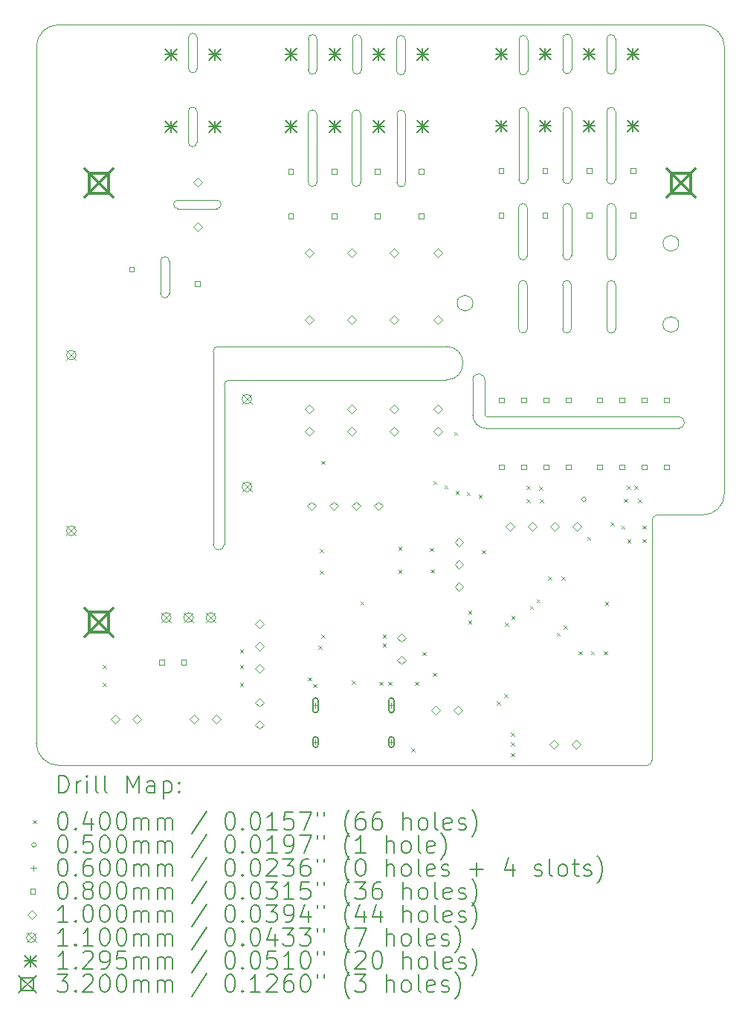
<source format=gbr>
%TF.GenerationSoftware,KiCad,Pcbnew,(6.0.10)*%
%TF.CreationDate,2023-02-08T02:41:53+01:00*%
%TF.ProjectId,hamodule,68616d6f-6475-46c6-952e-6b696361645f,V.20230201.22*%
%TF.SameCoordinates,Original*%
%TF.FileFunction,Drillmap*%
%TF.FilePolarity,Positive*%
%FSLAX45Y45*%
G04 Gerber Fmt 4.5, Leading zero omitted, Abs format (unit mm)*
G04 Created by KiCad (PCBNEW (6.0.10)) date 2023-02-08 02:41:53*
%MOMM*%
%LPD*%
G01*
G04 APERTURE LIST*
%ADD10C,0.050000*%
%ADD11C,0.100000*%
%ADD12C,0.200000*%
%ADD13C,0.040000*%
%ADD14C,0.060000*%
%ADD15C,0.080000*%
%ADD16C,0.110000*%
%ADD17C,0.129540*%
%ADD18C,0.320000*%
G04 APERTURE END LIST*
D10*
X10922000Y-8456395D02*
X10922050Y-3371850D01*
X6753950Y-11550850D02*
X3340150Y-11550850D01*
X10402450Y-5607050D02*
G75*
G03*
X10402450Y-5607050I-90000J0D01*
G01*
D11*
X7753950Y-7162800D02*
X5281980Y-7162800D01*
D10*
X10668050Y-3117850D02*
X3340150Y-3117850D01*
D11*
X5154980Y-6781800D02*
X7753950Y-6781800D01*
D10*
X3086150Y-11296650D02*
X3086150Y-3371850D01*
X7753950Y-7162800D02*
G75*
G03*
X7753950Y-6781800I0J190500D01*
G01*
X3086150Y-11296650D02*
G75*
G03*
X3340150Y-11550850I254200J0D01*
G01*
X10039350Y-11550650D02*
X6753950Y-11550850D01*
X10922050Y-3371850D02*
G75*
G03*
X10668050Y-3117850I-254000J0D01*
G01*
X9179905Y-5746455D02*
X9179905Y-5203485D01*
X9580340Y-3280410D02*
X9580340Y-3631250D01*
X8058030Y-6287770D02*
G75*
G03*
X8058030Y-6287770I-90000J0D01*
G01*
X6680475Y-4137930D02*
X6680475Y-4910675D01*
X6181820Y-3280410D02*
X6181820Y-3631250D01*
X8055888Y-7560500D02*
G75*
G03*
X8210300Y-7714912I154412J0D01*
G01*
X8582120Y-3641410D02*
G75*
G03*
X8681770Y-3641410I49825J0D01*
G01*
X8577335Y-5203485D02*
X8577335Y-5746455D01*
X8681770Y-3290570D02*
G75*
G03*
X8582120Y-3290570I-49825J0D01*
G01*
X4815300Y-4105910D02*
X4815300Y-4456750D01*
X8676985Y-5746455D02*
X8676985Y-5203485D01*
X8577335Y-6580500D02*
G75*
G03*
X8676985Y-6580500I49825J0D01*
G01*
X6687280Y-3631250D02*
G75*
G03*
X6786930Y-3631250I49825J0D01*
G01*
X9580635Y-4881490D02*
G75*
G03*
X9680285Y-4881490I49825J0D01*
G01*
X6780125Y-4137930D02*
G75*
G03*
X6680475Y-4137930I-49825J0D01*
G01*
X5154980Y-6781800D02*
G75*
G03*
X5099100Y-6837680I0J-55880D01*
G01*
X10402450Y-6531610D02*
G75*
G03*
X10402450Y-6531610I-90000J0D01*
G01*
X9682825Y-5746455D02*
X9682825Y-5203485D01*
X9080255Y-5746455D02*
G75*
G03*
X9179905Y-5746455I49825J0D01*
G01*
X6786930Y-3280410D02*
G75*
G03*
X6687280Y-3280410I-49825J0D01*
G01*
X9580340Y-3631250D02*
G75*
G03*
X9679990Y-3631250I49825J0D01*
G01*
X5141538Y-5113938D02*
X4698363Y-5113938D01*
X8676985Y-5203485D02*
G75*
G03*
X8577335Y-5203485I-49825J0D01*
G01*
X9580635Y-4108745D02*
X9580635Y-4881490D01*
X9680285Y-4881490D02*
X9680285Y-4108745D01*
X7187660Y-3290570D02*
X7187660Y-3641410D01*
D11*
X8210300Y-7580292D02*
X10400187Y-7580292D01*
D10*
X8190508Y-7160500D02*
G75*
G03*
X8055888Y-7160500I-67310J-3D01*
G01*
X9077715Y-6080500D02*
X9077715Y-6580500D01*
X10160000Y-8699500D02*
G75*
G03*
X10096500Y-8763000I0J-63500D01*
G01*
X5281980Y-7162800D02*
G75*
G03*
X5226100Y-7218680I-10J-55870D01*
G01*
X9682825Y-5203485D02*
G75*
G03*
X9583175Y-5203485I-49825J0D01*
G01*
X5099100Y-6837680D02*
X5099100Y-9034780D01*
X7290125Y-4140500D02*
G75*
G03*
X7190475Y-4140500I-49825J0D01*
G01*
X8580950Y-4107570D02*
X8580950Y-4880315D01*
X6180475Y-4910675D02*
G75*
G03*
X6280125Y-4910675I49825J0D01*
G01*
X7190475Y-4140500D02*
X7190475Y-4913245D01*
X4817950Y-3615690D02*
G75*
G03*
X4917600Y-3615690I49825J0D01*
G01*
X6181820Y-3631250D02*
G75*
G03*
X6281470Y-3631250I49825J0D01*
G01*
X9179610Y-3626170D02*
X9179610Y-3275330D01*
X9682825Y-6580500D02*
X9682825Y-6080500D01*
X8577335Y-6080500D02*
X8577335Y-6580500D01*
X9680285Y-4108745D02*
G75*
G03*
X9580635Y-4108745I-49825J0D01*
G01*
X8582120Y-3290570D02*
X8582120Y-3641410D01*
X9583175Y-6080500D02*
X9583175Y-6580500D01*
X4499660Y-6178375D02*
G75*
G03*
X4599310Y-6178375I49825J0D01*
G01*
D11*
X10400187Y-7714912D02*
X8210300Y-7714912D01*
D10*
X9179905Y-4878950D02*
X9179905Y-4106205D01*
X8580950Y-4880315D02*
G75*
G03*
X8680600Y-4880315I49825J0D01*
G01*
X10039350Y-11550650D02*
G75*
G03*
X10096500Y-11493500I0J57150D01*
G01*
X4917600Y-3264850D02*
G75*
G03*
X4817950Y-3264850I-49825J0D01*
G01*
X10096500Y-8763000D02*
X10096500Y-11493500D01*
X6680475Y-4910675D02*
G75*
G03*
X6780125Y-4910675I49825J0D01*
G01*
X4917600Y-3615690D02*
X4917600Y-3264850D01*
X5141538Y-5213583D02*
G75*
G03*
X5141538Y-5113938I3J49823D01*
G01*
X4914950Y-4456750D02*
X4914950Y-4105910D01*
X8680600Y-4880315D02*
X8680600Y-4107570D01*
X4914950Y-4105910D02*
G75*
G03*
X4815300Y-4105910I-49825J0D01*
G01*
X4815300Y-4456750D02*
G75*
G03*
X4914950Y-4456750I49825J0D01*
G01*
X7287310Y-3641410D02*
X7287310Y-3290570D01*
X6687280Y-3280410D02*
X6687280Y-3631250D01*
X9080255Y-5203485D02*
X9080255Y-5746455D01*
X7287310Y-3290570D02*
G75*
G03*
X7187660Y-3290570I-49825J0D01*
G01*
X8577335Y-5746455D02*
G75*
G03*
X8676985Y-5746455I49825J0D01*
G01*
X3340150Y-3117850D02*
G75*
G03*
X3086150Y-3371850I0J-254000D01*
G01*
X4698363Y-5113933D02*
G75*
G03*
X4698363Y-5213588I-3J-49828D01*
G01*
X10668000Y-8699496D02*
G75*
G03*
X10922000Y-8456395I10660J243106D01*
G01*
X4499660Y-5810425D02*
X4499660Y-6178375D01*
X9080255Y-4106205D02*
X9080255Y-4878950D01*
X6786930Y-3631250D02*
X6786930Y-3280410D01*
X6280125Y-4137930D02*
G75*
G03*
X6180475Y-4137930I-49825J0D01*
G01*
X9179905Y-5203485D02*
G75*
G03*
X9080255Y-5203485I-49825J0D01*
G01*
X9079960Y-3626170D02*
G75*
G03*
X9179610Y-3626170I49825J0D01*
G01*
X9179610Y-3275330D02*
G75*
G03*
X9079960Y-3275330I-49825J0D01*
G01*
X5099100Y-9034780D02*
G75*
G03*
X5226100Y-9034780I63500J1561D01*
G01*
X9682825Y-6080500D02*
G75*
G03*
X9583175Y-6080500I-49825J0D01*
G01*
X9583175Y-5746455D02*
G75*
G03*
X9682825Y-5746455I49825J0D01*
G01*
X9080255Y-4878950D02*
G75*
G03*
X9179905Y-4878950I49825J0D01*
G01*
X8190508Y-7560500D02*
G75*
G03*
X8210300Y-7580292I19792J0D01*
G01*
X9077715Y-6580500D02*
G75*
G03*
X9177365Y-6580500I49825J0D01*
G01*
X9679990Y-3631250D02*
X9679990Y-3280410D01*
X9179905Y-4106205D02*
G75*
G03*
X9080255Y-4106205I-49825J0D01*
G01*
X6281470Y-3280410D02*
G75*
G03*
X6181820Y-3280410I-49825J0D01*
G01*
X6281470Y-3631250D02*
X6281470Y-3280410D01*
X4817950Y-3264850D02*
X4817950Y-3615690D01*
X7190475Y-4913245D02*
G75*
G03*
X7290125Y-4913245I49825J0D01*
G01*
X9583175Y-5203485D02*
X9583175Y-5746455D01*
X10160000Y-8699500D02*
X10668000Y-8699500D01*
X8676985Y-6580500D02*
X8676985Y-6080500D01*
X8055888Y-7560500D02*
X8055888Y-7160500D01*
X4599310Y-5810425D02*
G75*
G03*
X4499660Y-5810425I-49825J0D01*
G01*
X6280125Y-4910675D02*
X6280125Y-4137930D01*
X10400187Y-7714908D02*
G75*
G03*
X10400187Y-7580292I3J67308D01*
G01*
X8190508Y-7160500D02*
X8190508Y-7560500D01*
X8676985Y-6080500D02*
G75*
G03*
X8577335Y-6080500I-49825J0D01*
G01*
X9177365Y-6080500D02*
G75*
G03*
X9077715Y-6080500I-49825J0D01*
G01*
X9679990Y-3280410D02*
G75*
G03*
X9580340Y-3280410I-49825J0D01*
G01*
X7187660Y-3641410D02*
G75*
G03*
X7287310Y-3641410I49825J0D01*
G01*
X4599310Y-6178375D02*
X4599310Y-5810425D01*
X9079960Y-3275330D02*
X9079960Y-3626170D01*
X9177365Y-6580500D02*
X9177365Y-6080500D01*
X8681770Y-3641410D02*
X8681770Y-3290570D01*
X6780125Y-4910675D02*
X6780125Y-4137930D01*
X5226100Y-9034780D02*
X5226100Y-7218680D01*
X4698363Y-5213588D02*
X5141538Y-5213588D01*
X6180475Y-4137930D02*
X6180475Y-4910675D01*
X8680600Y-4107570D02*
G75*
G03*
X8580950Y-4107570I-49825J0D01*
G01*
X7290125Y-4913245D02*
X7290125Y-4140500D01*
X9583175Y-6580500D02*
G75*
G03*
X9682825Y-6580500I49825J0D01*
G01*
D12*
D13*
X3840800Y-10406700D02*
X3880800Y-10446700D01*
X3880800Y-10406700D02*
X3840800Y-10446700D01*
X3840800Y-10609900D02*
X3880800Y-10649900D01*
X3880800Y-10609900D02*
X3840800Y-10649900D01*
X5402900Y-10228900D02*
X5442900Y-10268900D01*
X5442900Y-10228900D02*
X5402900Y-10268900D01*
X5402900Y-10406700D02*
X5442900Y-10446700D01*
X5442900Y-10406700D02*
X5402900Y-10446700D01*
X5402900Y-10609900D02*
X5442900Y-10649900D01*
X5442900Y-10609900D02*
X5402900Y-10649900D01*
X6177600Y-10546400D02*
X6217600Y-10586400D01*
X6217600Y-10546400D02*
X6177600Y-10586400D01*
X6240000Y-10624000D02*
X6280000Y-10664000D01*
X6280000Y-10624000D02*
X6240000Y-10664000D01*
X6300000Y-10190000D02*
X6340000Y-10230000D01*
X6340000Y-10190000D02*
X6300000Y-10230000D01*
X6314340Y-9088860D02*
X6354340Y-9128860D01*
X6354340Y-9088860D02*
X6314340Y-9128860D01*
X6314340Y-9330160D02*
X6354340Y-9370160D01*
X6354340Y-9330160D02*
X6314340Y-9370160D01*
X6328780Y-8082600D02*
X6368780Y-8122600D01*
X6368780Y-8082600D02*
X6328780Y-8122600D01*
X6330000Y-10060000D02*
X6370000Y-10100000D01*
X6370000Y-10060000D02*
X6330000Y-10100000D01*
X6679600Y-10583640D02*
X6719600Y-10623640D01*
X6719600Y-10583640D02*
X6679600Y-10623640D01*
X6774500Y-9682800D02*
X6814500Y-9722800D01*
X6814500Y-9682800D02*
X6774500Y-9722800D01*
X6990400Y-10597200D02*
X7030400Y-10637200D01*
X7030400Y-10597200D02*
X6990400Y-10637200D01*
X7029000Y-10164000D02*
X7069000Y-10204000D01*
X7069000Y-10164000D02*
X7029000Y-10204000D01*
X7030000Y-10060000D02*
X7070000Y-10100000D01*
X7070000Y-10060000D02*
X7030000Y-10100000D01*
X7092000Y-10597200D02*
X7132000Y-10637200D01*
X7132000Y-10597200D02*
X7092000Y-10637200D01*
X7206300Y-9060500D02*
X7246300Y-9100500D01*
X7246300Y-9060500D02*
X7206300Y-9100500D01*
X7206950Y-9326550D02*
X7246950Y-9366550D01*
X7246950Y-9326550D02*
X7206950Y-9366550D01*
X7353620Y-11354120D02*
X7393620Y-11394120D01*
X7393620Y-11354120D02*
X7353620Y-11394120D01*
X7396800Y-10597200D02*
X7436800Y-10637200D01*
X7436800Y-10597200D02*
X7396800Y-10637200D01*
X7480000Y-10260000D02*
X7520000Y-10300000D01*
X7520000Y-10260000D02*
X7480000Y-10300000D01*
X7568300Y-9073200D02*
X7608300Y-9113200D01*
X7608300Y-9073200D02*
X7568300Y-9113200D01*
X7576950Y-9319580D02*
X7616950Y-9359580D01*
X7616950Y-9319580D02*
X7576950Y-9359580D01*
X7600000Y-10495600D02*
X7640000Y-10535600D01*
X7640000Y-10495600D02*
X7600000Y-10535600D01*
X7606400Y-8311200D02*
X7646400Y-8351200D01*
X7646400Y-8311200D02*
X7606400Y-8351200D01*
X7733400Y-8362000D02*
X7773400Y-8402000D01*
X7773400Y-8362000D02*
X7733400Y-8402000D01*
X7841300Y-7752400D02*
X7881300Y-7792400D01*
X7881300Y-7752400D02*
X7841300Y-7792400D01*
X7860400Y-8425500D02*
X7900400Y-8465500D01*
X7900400Y-8425500D02*
X7860400Y-8465500D01*
X7987400Y-8438200D02*
X8027400Y-8478200D01*
X8027400Y-8438200D02*
X7987400Y-8478200D01*
X8002396Y-9792250D02*
X8042396Y-9832250D01*
X8042396Y-9792250D02*
X8002396Y-9832250D01*
X8002396Y-9897250D02*
X8042396Y-9937250D01*
X8042396Y-9897250D02*
X8002396Y-9937250D01*
X8122351Y-8468349D02*
X8162351Y-8508349D01*
X8162351Y-8468349D02*
X8122351Y-8508349D01*
X8160000Y-9100000D02*
X8200000Y-9140000D01*
X8200000Y-9100000D02*
X8160000Y-9140000D01*
X8330000Y-10820000D02*
X8370000Y-10860000D01*
X8370000Y-10820000D02*
X8330000Y-10860000D01*
X8415707Y-10740050D02*
X8455707Y-10780050D01*
X8455707Y-10740050D02*
X8415707Y-10780050D01*
X8420877Y-9922123D02*
X8460877Y-9962123D01*
X8460877Y-9922123D02*
X8420877Y-9962123D01*
X8490000Y-11180000D02*
X8530000Y-11220000D01*
X8530000Y-11180000D02*
X8490000Y-11220000D01*
X8490000Y-11290000D02*
X8530000Y-11330000D01*
X8530000Y-11290000D02*
X8490000Y-11330000D01*
X8490000Y-11410000D02*
X8530000Y-11450000D01*
X8530000Y-11410000D02*
X8490000Y-11450000D01*
X8495123Y-9847877D02*
X8535123Y-9887877D01*
X8535123Y-9847877D02*
X8495123Y-9887877D01*
X8670660Y-8369620D02*
X8710660Y-8409620D01*
X8710660Y-8369620D02*
X8670660Y-8409620D01*
X8670660Y-8522020D02*
X8710660Y-8562020D01*
X8710660Y-8522020D02*
X8670660Y-8562020D01*
X8704900Y-9733600D02*
X8744900Y-9773600D01*
X8744900Y-9733600D02*
X8704900Y-9773600D01*
X8781100Y-9657400D02*
X8821100Y-9697400D01*
X8821100Y-9657400D02*
X8781100Y-9697400D01*
X8812900Y-8374700D02*
X8852900Y-8414700D01*
X8852900Y-8374700D02*
X8812900Y-8414700D01*
X8823060Y-8522020D02*
X8863060Y-8562020D01*
X8863060Y-8522020D02*
X8823060Y-8562020D01*
X8916000Y-9397000D02*
X8956000Y-9437000D01*
X8956000Y-9397000D02*
X8916000Y-9437000D01*
X9010000Y-10040000D02*
X9050000Y-10080000D01*
X9050000Y-10040000D02*
X9010000Y-10080000D01*
X9065000Y-9400000D02*
X9105000Y-9440000D01*
X9105000Y-9400000D02*
X9065000Y-9440000D01*
X9090000Y-9960000D02*
X9130000Y-10000000D01*
X9130000Y-9960000D02*
X9090000Y-10000000D01*
X9260000Y-10250000D02*
X9300000Y-10290000D01*
X9300000Y-10250000D02*
X9260000Y-10290000D01*
X9359000Y-8946200D02*
X9399000Y-8986200D01*
X9399000Y-8946200D02*
X9359000Y-8986200D01*
X9400000Y-10250000D02*
X9440000Y-10290000D01*
X9440000Y-10250000D02*
X9400000Y-10290000D01*
X9550000Y-10250000D02*
X9590000Y-10290000D01*
X9590000Y-10250000D02*
X9550000Y-10290000D01*
X9560000Y-9690000D02*
X9600000Y-9730000D01*
X9600000Y-9690000D02*
X9560000Y-9730000D01*
X9625700Y-8781100D02*
X9665700Y-8821100D01*
X9665700Y-8781100D02*
X9625700Y-8821100D01*
X9746300Y-8819200D02*
X9786300Y-8859200D01*
X9786300Y-8819200D02*
X9746300Y-8859200D01*
X9778100Y-8514400D02*
X9818100Y-8554400D01*
X9818100Y-8514400D02*
X9778100Y-8554400D01*
X9808580Y-8364540D02*
X9848580Y-8404540D01*
X9848580Y-8364540D02*
X9808580Y-8404540D01*
X9816000Y-8977000D02*
X9856000Y-9017000D01*
X9856000Y-8977000D02*
X9816000Y-9017000D01*
X9894940Y-8364540D02*
X9934940Y-8404540D01*
X9934940Y-8364540D02*
X9894940Y-8404540D01*
X9936000Y-8519000D02*
X9976000Y-8559000D01*
X9976000Y-8519000D02*
X9936000Y-8559000D01*
X9986380Y-8819200D02*
X10026380Y-8859200D01*
X10026380Y-8819200D02*
X9986380Y-8859200D01*
X9988700Y-8971600D02*
X10028700Y-9011600D01*
X10028700Y-8971600D02*
X9988700Y-9011600D01*
D10*
X9346800Y-8521700D02*
G75*
G03*
X9346800Y-8521700I-25000J0D01*
G01*
D14*
X6265600Y-10837590D02*
X6265600Y-10897590D01*
X6235600Y-10867590D02*
X6295600Y-10867590D01*
D12*
X6235600Y-10812590D02*
X6235600Y-10922590D01*
X6295600Y-10812590D02*
X6295600Y-10922590D01*
X6235600Y-10922590D02*
G75*
G03*
X6295600Y-10922590I30000J0D01*
G01*
X6295600Y-10812590D02*
G75*
G03*
X6235600Y-10812590I-30000J0D01*
G01*
D14*
X6265600Y-11255590D02*
X6265600Y-11315590D01*
X6235600Y-11285590D02*
X6295600Y-11285590D01*
D12*
X6235600Y-11255590D02*
X6235600Y-11315590D01*
X6295600Y-11255590D02*
X6295600Y-11315590D01*
X6235600Y-11315590D02*
G75*
G03*
X6295600Y-11315590I30000J0D01*
G01*
X6295600Y-11255590D02*
G75*
G03*
X6235600Y-11255590I-30000J0D01*
G01*
D14*
X7129600Y-10837590D02*
X7129600Y-10897590D01*
X7099600Y-10867590D02*
X7159600Y-10867590D01*
D12*
X7099600Y-10812590D02*
X7099600Y-10922590D01*
X7159600Y-10812590D02*
X7159600Y-10922590D01*
X7099600Y-10922590D02*
G75*
G03*
X7159600Y-10922590I30000J0D01*
G01*
X7159600Y-10812590D02*
G75*
G03*
X7099600Y-10812590I-30000J0D01*
G01*
D14*
X7129600Y-11255590D02*
X7129600Y-11315590D01*
X7099600Y-11285590D02*
X7159600Y-11285590D01*
D12*
X7099600Y-11255590D02*
X7099600Y-11315590D01*
X7159600Y-11255590D02*
X7159600Y-11315590D01*
X7099600Y-11315590D02*
G75*
G03*
X7159600Y-11315590I30000J0D01*
G01*
X7159600Y-11255590D02*
G75*
G03*
X7099600Y-11255590I-30000J0D01*
G01*
D15*
X4198665Y-5929429D02*
X4198665Y-5872860D01*
X4142095Y-5872860D01*
X4142095Y-5929429D01*
X4198665Y-5929429D01*
X4543185Y-10404185D02*
X4543185Y-10347616D01*
X4486616Y-10347616D01*
X4486616Y-10404185D01*
X4543185Y-10404185D01*
X4793185Y-10404185D02*
X4793185Y-10347616D01*
X4736616Y-10347616D01*
X4736616Y-10404185D01*
X4793185Y-10404185D01*
X4948665Y-6092762D02*
X4948665Y-6036193D01*
X4892096Y-6036193D01*
X4892096Y-6092762D01*
X4948665Y-6092762D01*
X6009984Y-4816185D02*
X6009984Y-4759616D01*
X5953415Y-4759616D01*
X5953415Y-4816185D01*
X6009984Y-4816185D01*
X6009984Y-5324185D02*
X6009984Y-5267616D01*
X5953415Y-5267616D01*
X5953415Y-5324185D01*
X6009984Y-5324185D01*
X6505284Y-4816185D02*
X6505284Y-4759616D01*
X6448715Y-4759616D01*
X6448715Y-4816185D01*
X6505284Y-4816185D01*
X6505284Y-5324185D02*
X6505284Y-5267616D01*
X6448715Y-5267616D01*
X6448715Y-5324185D01*
X6505284Y-5324185D01*
X6997284Y-4816185D02*
X6997284Y-4759616D01*
X6940715Y-4759616D01*
X6940715Y-4816185D01*
X6997284Y-4816185D01*
X6997284Y-5324185D02*
X6997284Y-5267616D01*
X6940715Y-5267616D01*
X6940715Y-5324185D01*
X6997284Y-5324185D01*
X7497284Y-4816185D02*
X7497284Y-4759616D01*
X7440715Y-4759616D01*
X7440715Y-4816185D01*
X7497284Y-4816185D01*
X7497284Y-5324185D02*
X7497284Y-5267616D01*
X7440715Y-5267616D01*
X7440715Y-5324185D01*
X7497284Y-5324185D01*
X8407795Y-4809835D02*
X8407795Y-4753266D01*
X8351225Y-4753266D01*
X8351225Y-4809835D01*
X8407795Y-4809835D01*
X8407795Y-5317835D02*
X8407795Y-5261266D01*
X8351225Y-5261266D01*
X8351225Y-5317835D01*
X8407795Y-5317835D01*
X8411712Y-7420616D02*
X8411712Y-7364047D01*
X8355143Y-7364047D01*
X8355143Y-7420616D01*
X8411712Y-7420616D01*
X8411712Y-8182616D02*
X8411712Y-8126047D01*
X8355143Y-8126047D01*
X8355143Y-8182616D01*
X8411712Y-8182616D01*
X8665712Y-7420616D02*
X8665712Y-7364047D01*
X8609143Y-7364047D01*
X8609143Y-7420616D01*
X8665712Y-7420616D01*
X8665712Y-8182616D02*
X8665712Y-8126047D01*
X8609143Y-8126047D01*
X8609143Y-8182616D01*
X8665712Y-8182616D01*
X8905635Y-4809835D02*
X8905635Y-4753266D01*
X8849066Y-4753266D01*
X8849066Y-4809835D01*
X8905635Y-4809835D01*
X8905635Y-5317835D02*
X8905635Y-5261266D01*
X8849066Y-5261266D01*
X8849066Y-5317835D01*
X8905635Y-5317835D01*
X8919712Y-7420616D02*
X8919712Y-7364047D01*
X8863143Y-7364047D01*
X8863143Y-7420616D01*
X8919712Y-7420616D01*
X8919712Y-8182616D02*
X8919712Y-8126047D01*
X8863143Y-8126047D01*
X8863143Y-8182616D01*
X8919712Y-8182616D01*
X9173712Y-7420616D02*
X9173712Y-7364047D01*
X9117143Y-7364047D01*
X9117143Y-7420616D01*
X9173712Y-7420616D01*
X9173712Y-8182616D02*
X9173712Y-8126047D01*
X9117143Y-8126047D01*
X9117143Y-8182616D01*
X9173712Y-8182616D01*
X9408555Y-4809835D02*
X9408555Y-4753266D01*
X9351986Y-4753266D01*
X9351986Y-4809835D01*
X9408555Y-4809835D01*
X9408555Y-5317835D02*
X9408555Y-5261266D01*
X9351986Y-5261266D01*
X9351986Y-5317835D01*
X9408555Y-5317835D01*
X9529312Y-7420616D02*
X9529312Y-7364047D01*
X9472743Y-7364047D01*
X9472743Y-7420616D01*
X9529312Y-7420616D01*
X9529312Y-8182616D02*
X9529312Y-8126047D01*
X9472743Y-8126047D01*
X9472743Y-8182616D01*
X9529312Y-8182616D01*
X9783312Y-7420616D02*
X9783312Y-7364047D01*
X9726743Y-7364047D01*
X9726743Y-7420616D01*
X9783312Y-7420616D01*
X9783312Y-8182616D02*
X9783312Y-8126047D01*
X9726743Y-8126047D01*
X9726743Y-8182616D01*
X9783312Y-8182616D01*
X9911475Y-4809835D02*
X9911475Y-4753266D01*
X9854906Y-4753266D01*
X9854906Y-4809835D01*
X9911475Y-4809835D01*
X9911475Y-5317835D02*
X9911475Y-5261266D01*
X9854906Y-5261266D01*
X9854906Y-5317835D01*
X9911475Y-5317835D01*
X10037312Y-7420616D02*
X10037312Y-7364047D01*
X9980743Y-7364047D01*
X9980743Y-7420616D01*
X10037312Y-7420616D01*
X10037312Y-8182616D02*
X10037312Y-8126047D01*
X9980743Y-8126047D01*
X9980743Y-8182616D01*
X10037312Y-8182616D01*
X10291312Y-7420616D02*
X10291312Y-7364047D01*
X10234743Y-7364047D01*
X10234743Y-7420616D01*
X10291312Y-7420616D01*
X10291312Y-8182616D02*
X10291312Y-8126047D01*
X10234743Y-8126047D01*
X10234743Y-8182616D01*
X10291312Y-8182616D01*
D11*
X3983500Y-11071900D02*
X4033500Y-11021900D01*
X3983500Y-10971900D01*
X3933500Y-11021900D01*
X3983500Y-11071900D01*
X4233500Y-11071900D02*
X4283500Y-11021900D01*
X4233500Y-10971900D01*
X4183500Y-11021900D01*
X4233500Y-11071900D01*
X4883200Y-11071900D02*
X4933200Y-11021900D01*
X4883200Y-10971900D01*
X4833200Y-11021900D01*
X4883200Y-11071900D01*
X4923950Y-5466850D02*
X4973950Y-5416850D01*
X4923950Y-5366850D01*
X4873950Y-5416850D01*
X4923950Y-5466850D01*
X4924950Y-4958850D02*
X4974950Y-4908850D01*
X4924950Y-4858850D01*
X4874950Y-4908850D01*
X4924950Y-4958850D01*
X5133200Y-11071900D02*
X5183200Y-11021900D01*
X5133200Y-10971900D01*
X5083200Y-11021900D01*
X5133200Y-11071900D01*
X5626150Y-9989020D02*
X5676150Y-9939020D01*
X5626150Y-9889020D01*
X5576150Y-9939020D01*
X5626150Y-9989020D01*
X5626150Y-10243020D02*
X5676150Y-10193020D01*
X5626150Y-10143020D01*
X5576150Y-10193020D01*
X5626150Y-10243020D01*
X5626150Y-10497020D02*
X5676150Y-10447020D01*
X5626150Y-10397020D01*
X5576150Y-10447020D01*
X5626150Y-10497020D01*
X5626150Y-10884370D02*
X5676150Y-10834370D01*
X5626150Y-10784370D01*
X5576150Y-10834370D01*
X5626150Y-10884370D01*
X5626150Y-11138370D02*
X5676150Y-11088370D01*
X5626150Y-11038370D01*
X5576150Y-11088370D01*
X5626150Y-11138370D01*
X6197600Y-5765000D02*
X6247600Y-5715000D01*
X6197600Y-5665000D01*
X6147600Y-5715000D01*
X6197600Y-5765000D01*
X6197600Y-6527000D02*
X6247600Y-6477000D01*
X6197600Y-6427000D01*
X6147600Y-6477000D01*
X6197600Y-6527000D01*
X6197600Y-7543000D02*
X6247600Y-7493000D01*
X6197600Y-7443000D01*
X6147600Y-7493000D01*
X6197600Y-7543000D01*
X6197600Y-7797000D02*
X6247600Y-7747000D01*
X6197600Y-7697000D01*
X6147600Y-7747000D01*
X6197600Y-7797000D01*
X6216700Y-8647900D02*
X6266700Y-8597900D01*
X6216700Y-8547900D01*
X6166700Y-8597900D01*
X6216700Y-8647900D01*
X6470700Y-8647900D02*
X6520700Y-8597900D01*
X6470700Y-8547900D01*
X6420700Y-8597900D01*
X6470700Y-8647900D01*
X6680200Y-5765000D02*
X6730200Y-5715000D01*
X6680200Y-5665000D01*
X6630200Y-5715000D01*
X6680200Y-5765000D01*
X6680200Y-6527000D02*
X6730200Y-6477000D01*
X6680200Y-6427000D01*
X6630200Y-6477000D01*
X6680200Y-6527000D01*
X6680200Y-7543000D02*
X6730200Y-7493000D01*
X6680200Y-7443000D01*
X6630200Y-7493000D01*
X6680200Y-7543000D01*
X6680200Y-7797000D02*
X6730200Y-7747000D01*
X6680200Y-7697000D01*
X6630200Y-7747000D01*
X6680200Y-7797000D01*
X6724700Y-8647900D02*
X6774700Y-8597900D01*
X6724700Y-8547900D01*
X6674700Y-8597900D01*
X6724700Y-8647900D01*
X6978700Y-8647900D02*
X7028700Y-8597900D01*
X6978700Y-8547900D01*
X6928700Y-8597900D01*
X6978700Y-8647900D01*
X7162800Y-5765000D02*
X7212800Y-5715000D01*
X7162800Y-5665000D01*
X7112800Y-5715000D01*
X7162800Y-5765000D01*
X7162800Y-6527000D02*
X7212800Y-6477000D01*
X7162800Y-6427000D01*
X7112800Y-6477000D01*
X7162800Y-6527000D01*
X7162800Y-7543000D02*
X7212800Y-7493000D01*
X7162800Y-7443000D01*
X7112800Y-7493000D01*
X7162800Y-7543000D01*
X7162800Y-7797000D02*
X7212800Y-7747000D01*
X7162800Y-7697000D01*
X7112800Y-7747000D01*
X7162800Y-7797000D01*
X7241000Y-10147500D02*
X7291000Y-10097500D01*
X7241000Y-10047500D01*
X7191000Y-10097500D01*
X7241000Y-10147500D01*
X7241000Y-10401500D02*
X7291000Y-10351500D01*
X7241000Y-10301500D01*
X7191000Y-10351500D01*
X7241000Y-10401500D01*
X7632500Y-10970000D02*
X7682500Y-10920000D01*
X7632500Y-10870000D01*
X7582500Y-10920000D01*
X7632500Y-10970000D01*
X7658100Y-5765000D02*
X7708100Y-5715000D01*
X7658100Y-5665000D01*
X7608100Y-5715000D01*
X7658100Y-5765000D01*
X7658100Y-6527000D02*
X7708100Y-6477000D01*
X7658100Y-6427000D01*
X7608100Y-6477000D01*
X7658100Y-6527000D01*
X7658100Y-7543000D02*
X7708100Y-7493000D01*
X7658100Y-7443000D01*
X7608100Y-7493000D01*
X7658100Y-7543000D01*
X7658100Y-7797000D02*
X7708100Y-7747000D01*
X7658100Y-7697000D01*
X7608100Y-7747000D01*
X7658100Y-7797000D01*
X7886500Y-10970000D02*
X7936500Y-10920000D01*
X7886500Y-10870000D01*
X7836500Y-10920000D01*
X7886500Y-10970000D01*
X7900000Y-9062000D02*
X7950000Y-9012000D01*
X7900000Y-8962000D01*
X7850000Y-9012000D01*
X7900000Y-9062000D01*
X7900000Y-9316000D02*
X7950000Y-9266000D01*
X7900000Y-9216000D01*
X7850000Y-9266000D01*
X7900000Y-9316000D01*
X7900000Y-9570000D02*
X7950000Y-9520000D01*
X7900000Y-9470000D01*
X7850000Y-9520000D01*
X7900000Y-9570000D01*
X8478300Y-8884160D02*
X8528300Y-8834160D01*
X8478300Y-8784160D01*
X8428300Y-8834160D01*
X8478300Y-8884160D01*
X8732300Y-8884160D02*
X8782300Y-8834160D01*
X8732300Y-8784160D01*
X8682300Y-8834160D01*
X8732300Y-8884160D01*
X8980000Y-11359000D02*
X9030000Y-11309000D01*
X8980000Y-11259000D01*
X8930000Y-11309000D01*
X8980000Y-11359000D01*
X8986300Y-8884160D02*
X9036300Y-8834160D01*
X8986300Y-8784160D01*
X8936300Y-8834160D01*
X8986300Y-8884160D01*
X9234000Y-11359000D02*
X9284000Y-11309000D01*
X9234000Y-11259000D01*
X9184000Y-11309000D01*
X9234000Y-11359000D01*
X9240300Y-8884160D02*
X9290300Y-8834160D01*
X9240300Y-8784160D01*
X9190300Y-8834160D01*
X9240300Y-8884160D01*
D16*
X3428910Y-6825500D02*
X3538910Y-6935500D01*
X3538910Y-6825500D02*
X3428910Y-6935500D01*
X3538910Y-6880500D02*
G75*
G03*
X3538910Y-6880500I-55000J0D01*
G01*
X3428910Y-8825500D02*
X3538910Y-8935500D01*
X3538910Y-8825500D02*
X3428910Y-8935500D01*
X3538910Y-8880500D02*
G75*
G03*
X3538910Y-8880500I-55000J0D01*
G01*
X4510700Y-9812900D02*
X4620700Y-9922900D01*
X4620700Y-9812900D02*
X4510700Y-9922900D01*
X4620700Y-9867900D02*
G75*
G03*
X4620700Y-9867900I-55000J0D01*
G01*
X4764700Y-9812900D02*
X4874700Y-9922900D01*
X4874700Y-9812900D02*
X4764700Y-9922900D01*
X4874700Y-9867900D02*
G75*
G03*
X4874700Y-9867900I-55000J0D01*
G01*
X5018700Y-9812900D02*
X5128700Y-9922900D01*
X5128700Y-9812900D02*
X5018700Y-9922900D01*
X5128700Y-9867900D02*
G75*
G03*
X5128700Y-9867900I-55000J0D01*
G01*
X5428910Y-7325500D02*
X5538910Y-7435500D01*
X5538910Y-7325500D02*
X5428910Y-7435500D01*
X5538910Y-7380500D02*
G75*
G03*
X5538910Y-7380500I-55000J0D01*
G01*
X5428910Y-8325500D02*
X5538910Y-8435500D01*
X5538910Y-8325500D02*
X5428910Y-8435500D01*
X5538910Y-8380500D02*
G75*
G03*
X5538910Y-8380500I-55000J0D01*
G01*
D17*
X4555540Y-3393440D02*
X4685080Y-3522980D01*
X4685080Y-3393440D02*
X4555540Y-3522980D01*
X4620310Y-3393440D02*
X4620310Y-3522980D01*
X4555540Y-3458210D02*
X4685080Y-3458210D01*
X4555540Y-4213440D02*
X4685080Y-4342980D01*
X4685080Y-4213440D02*
X4555540Y-4342980D01*
X4620310Y-4213440D02*
X4620310Y-4342980D01*
X4555540Y-4278210D02*
X4685080Y-4278210D01*
X5055540Y-3393440D02*
X5185080Y-3522980D01*
X5185080Y-3393440D02*
X5055540Y-3522980D01*
X5120310Y-3393440D02*
X5120310Y-3522980D01*
X5055540Y-3458210D02*
X5185080Y-3458210D01*
X5055540Y-4213440D02*
X5185080Y-4342980D01*
X5185080Y-4213440D02*
X5055540Y-4342980D01*
X5120310Y-4213440D02*
X5120310Y-4342980D01*
X5055540Y-4278210D02*
X5185080Y-4278210D01*
X5920180Y-3391080D02*
X6049720Y-3520620D01*
X6049720Y-3391080D02*
X5920180Y-3520620D01*
X5984950Y-3391080D02*
X5984950Y-3520620D01*
X5920180Y-3455850D02*
X6049720Y-3455850D01*
X5920180Y-4211080D02*
X6049720Y-4340620D01*
X6049720Y-4211080D02*
X5920180Y-4340620D01*
X5984950Y-4211080D02*
X5984950Y-4340620D01*
X5920180Y-4275850D02*
X6049720Y-4275850D01*
X6420180Y-3391080D02*
X6549720Y-3520620D01*
X6549720Y-3391080D02*
X6420180Y-3520620D01*
X6484950Y-3391080D02*
X6484950Y-3520620D01*
X6420180Y-3455850D02*
X6549720Y-3455850D01*
X6420180Y-4211080D02*
X6549720Y-4340620D01*
X6549720Y-4211080D02*
X6420180Y-4340620D01*
X6484950Y-4211080D02*
X6484950Y-4340620D01*
X6420180Y-4275850D02*
X6549720Y-4275850D01*
X6920180Y-3391080D02*
X7049720Y-3520620D01*
X7049720Y-3391080D02*
X6920180Y-3520620D01*
X6984950Y-3391080D02*
X6984950Y-3520620D01*
X6920180Y-3455850D02*
X7049720Y-3455850D01*
X6920180Y-4211080D02*
X7049720Y-4340620D01*
X7049720Y-4211080D02*
X6920180Y-4340620D01*
X6984950Y-4211080D02*
X6984950Y-4340620D01*
X6920180Y-4275850D02*
X7049720Y-4275850D01*
X7420180Y-3391080D02*
X7549720Y-3520620D01*
X7549720Y-3391080D02*
X7420180Y-3520620D01*
X7484950Y-3391080D02*
X7484950Y-3520620D01*
X7420180Y-3455850D02*
X7549720Y-3455850D01*
X7420180Y-4211080D02*
X7549720Y-4340620D01*
X7549720Y-4211080D02*
X7420180Y-4340620D01*
X7484950Y-4211080D02*
X7484950Y-4340620D01*
X7420180Y-4275850D02*
X7549720Y-4275850D01*
X8316180Y-3387080D02*
X8445720Y-3516620D01*
X8445720Y-3387080D02*
X8316180Y-3516620D01*
X8380950Y-3387080D02*
X8380950Y-3516620D01*
X8316180Y-3451850D02*
X8445720Y-3451850D01*
X8316180Y-4207080D02*
X8445720Y-4336620D01*
X8445720Y-4207080D02*
X8316180Y-4336620D01*
X8380950Y-4207080D02*
X8380950Y-4336620D01*
X8316180Y-4271850D02*
X8445720Y-4271850D01*
X8816180Y-3387080D02*
X8945720Y-3516620D01*
X8945720Y-3387080D02*
X8816180Y-3516620D01*
X8880950Y-3387080D02*
X8880950Y-3516620D01*
X8816180Y-3451850D02*
X8945720Y-3451850D01*
X8816180Y-4207080D02*
X8945720Y-4336620D01*
X8945720Y-4207080D02*
X8816180Y-4336620D01*
X8880950Y-4207080D02*
X8880950Y-4336620D01*
X8816180Y-4271850D02*
X8945720Y-4271850D01*
X9316180Y-3387080D02*
X9445720Y-3516620D01*
X9445720Y-3387080D02*
X9316180Y-3516620D01*
X9380950Y-3387080D02*
X9380950Y-3516620D01*
X9316180Y-3451850D02*
X9445720Y-3451850D01*
X9316180Y-4207080D02*
X9445720Y-4336620D01*
X9445720Y-4207080D02*
X9316180Y-4336620D01*
X9380950Y-4207080D02*
X9380950Y-4336620D01*
X9316180Y-4271850D02*
X9445720Y-4271850D01*
X9816180Y-3387080D02*
X9945720Y-3516620D01*
X9945720Y-3387080D02*
X9816180Y-3516620D01*
X9880950Y-3387080D02*
X9880950Y-3516620D01*
X9816180Y-3451850D02*
X9945720Y-3451850D01*
X9816180Y-4207080D02*
X9945720Y-4336620D01*
X9945720Y-4207080D02*
X9816180Y-4336620D01*
X9880950Y-4207080D02*
X9880950Y-4336620D01*
X9816180Y-4271850D02*
X9945720Y-4271850D01*
D18*
X3637350Y-4761250D02*
X3957350Y-5081250D01*
X3957350Y-4761250D02*
X3637350Y-5081250D01*
X3910488Y-5034388D02*
X3910488Y-4808112D01*
X3684212Y-4808112D01*
X3684212Y-5034388D01*
X3910488Y-5034388D01*
X3637350Y-9761250D02*
X3957350Y-10081250D01*
X3957350Y-9761250D02*
X3637350Y-10081250D01*
X3910488Y-10034388D02*
X3910488Y-9808112D01*
X3684212Y-9808112D01*
X3684212Y-10034388D01*
X3910488Y-10034388D01*
X10266750Y-4761250D02*
X10586750Y-5081250D01*
X10586750Y-4761250D02*
X10266750Y-5081250D01*
X10539888Y-5034388D02*
X10539888Y-4808112D01*
X10313612Y-4808112D01*
X10313612Y-5034388D01*
X10539888Y-5034388D01*
D12*
X3341269Y-11863826D02*
X3341269Y-11663826D01*
X3388888Y-11663826D01*
X3417459Y-11673350D01*
X3436507Y-11692398D01*
X3446031Y-11711445D01*
X3455555Y-11749540D01*
X3455555Y-11778112D01*
X3446031Y-11816207D01*
X3436507Y-11835255D01*
X3417459Y-11854302D01*
X3388888Y-11863826D01*
X3341269Y-11863826D01*
X3541269Y-11863826D02*
X3541269Y-11730493D01*
X3541269Y-11768588D02*
X3550793Y-11749540D01*
X3560317Y-11740017D01*
X3579364Y-11730493D01*
X3598412Y-11730493D01*
X3665078Y-11863826D02*
X3665078Y-11730493D01*
X3665078Y-11663826D02*
X3655555Y-11673350D01*
X3665078Y-11682874D01*
X3674602Y-11673350D01*
X3665078Y-11663826D01*
X3665078Y-11682874D01*
X3788888Y-11863826D02*
X3769840Y-11854302D01*
X3760317Y-11835255D01*
X3760317Y-11663826D01*
X3893650Y-11863826D02*
X3874602Y-11854302D01*
X3865078Y-11835255D01*
X3865078Y-11663826D01*
X4122221Y-11863826D02*
X4122221Y-11663826D01*
X4188888Y-11806683D01*
X4255555Y-11663826D01*
X4255555Y-11863826D01*
X4436507Y-11863826D02*
X4436507Y-11759064D01*
X4426983Y-11740017D01*
X4407936Y-11730493D01*
X4369840Y-11730493D01*
X4350793Y-11740017D01*
X4436507Y-11854302D02*
X4417460Y-11863826D01*
X4369840Y-11863826D01*
X4350793Y-11854302D01*
X4341269Y-11835255D01*
X4341269Y-11816207D01*
X4350793Y-11797159D01*
X4369840Y-11787636D01*
X4417460Y-11787636D01*
X4436507Y-11778112D01*
X4531745Y-11730493D02*
X4531745Y-11930493D01*
X4531745Y-11740017D02*
X4550793Y-11730493D01*
X4588888Y-11730493D01*
X4607936Y-11740017D01*
X4617460Y-11749540D01*
X4626983Y-11768588D01*
X4626983Y-11825731D01*
X4617460Y-11844778D01*
X4607936Y-11854302D01*
X4588888Y-11863826D01*
X4550793Y-11863826D01*
X4531745Y-11854302D01*
X4712698Y-11844778D02*
X4722221Y-11854302D01*
X4712698Y-11863826D01*
X4703174Y-11854302D01*
X4712698Y-11844778D01*
X4712698Y-11863826D01*
X4712698Y-11740017D02*
X4722221Y-11749540D01*
X4712698Y-11759064D01*
X4703174Y-11749540D01*
X4712698Y-11740017D01*
X4712698Y-11759064D01*
D13*
X3043650Y-12173350D02*
X3083650Y-12213350D01*
X3083650Y-12173350D02*
X3043650Y-12213350D01*
D12*
X3379364Y-12083826D02*
X3398412Y-12083826D01*
X3417459Y-12093350D01*
X3426983Y-12102874D01*
X3436507Y-12121921D01*
X3446031Y-12160017D01*
X3446031Y-12207636D01*
X3436507Y-12245731D01*
X3426983Y-12264778D01*
X3417459Y-12274302D01*
X3398412Y-12283826D01*
X3379364Y-12283826D01*
X3360317Y-12274302D01*
X3350793Y-12264778D01*
X3341269Y-12245731D01*
X3331745Y-12207636D01*
X3331745Y-12160017D01*
X3341269Y-12121921D01*
X3350793Y-12102874D01*
X3360317Y-12093350D01*
X3379364Y-12083826D01*
X3531745Y-12264778D02*
X3541269Y-12274302D01*
X3531745Y-12283826D01*
X3522221Y-12274302D01*
X3531745Y-12264778D01*
X3531745Y-12283826D01*
X3712698Y-12150493D02*
X3712698Y-12283826D01*
X3665078Y-12074302D02*
X3617459Y-12217159D01*
X3741269Y-12217159D01*
X3855555Y-12083826D02*
X3874602Y-12083826D01*
X3893650Y-12093350D01*
X3903174Y-12102874D01*
X3912698Y-12121921D01*
X3922221Y-12160017D01*
X3922221Y-12207636D01*
X3912698Y-12245731D01*
X3903174Y-12264778D01*
X3893650Y-12274302D01*
X3874602Y-12283826D01*
X3855555Y-12283826D01*
X3836507Y-12274302D01*
X3826983Y-12264778D01*
X3817459Y-12245731D01*
X3807936Y-12207636D01*
X3807936Y-12160017D01*
X3817459Y-12121921D01*
X3826983Y-12102874D01*
X3836507Y-12093350D01*
X3855555Y-12083826D01*
X4046031Y-12083826D02*
X4065078Y-12083826D01*
X4084126Y-12093350D01*
X4093650Y-12102874D01*
X4103174Y-12121921D01*
X4112698Y-12160017D01*
X4112698Y-12207636D01*
X4103174Y-12245731D01*
X4093650Y-12264778D01*
X4084126Y-12274302D01*
X4065078Y-12283826D01*
X4046031Y-12283826D01*
X4026983Y-12274302D01*
X4017459Y-12264778D01*
X4007936Y-12245731D01*
X3998412Y-12207636D01*
X3998412Y-12160017D01*
X4007936Y-12121921D01*
X4017459Y-12102874D01*
X4026983Y-12093350D01*
X4046031Y-12083826D01*
X4198412Y-12283826D02*
X4198412Y-12150493D01*
X4198412Y-12169540D02*
X4207936Y-12160017D01*
X4226983Y-12150493D01*
X4255555Y-12150493D01*
X4274602Y-12160017D01*
X4284126Y-12179064D01*
X4284126Y-12283826D01*
X4284126Y-12179064D02*
X4293650Y-12160017D01*
X4312698Y-12150493D01*
X4341269Y-12150493D01*
X4360317Y-12160017D01*
X4369840Y-12179064D01*
X4369840Y-12283826D01*
X4465079Y-12283826D02*
X4465079Y-12150493D01*
X4465079Y-12169540D02*
X4474602Y-12160017D01*
X4493650Y-12150493D01*
X4522221Y-12150493D01*
X4541269Y-12160017D01*
X4550793Y-12179064D01*
X4550793Y-12283826D01*
X4550793Y-12179064D02*
X4560317Y-12160017D01*
X4579364Y-12150493D01*
X4607936Y-12150493D01*
X4626983Y-12160017D01*
X4636507Y-12179064D01*
X4636507Y-12283826D01*
X5026983Y-12074302D02*
X4855555Y-12331445D01*
X5284126Y-12083826D02*
X5303174Y-12083826D01*
X5322221Y-12093350D01*
X5331745Y-12102874D01*
X5341269Y-12121921D01*
X5350793Y-12160017D01*
X5350793Y-12207636D01*
X5341269Y-12245731D01*
X5331745Y-12264778D01*
X5322221Y-12274302D01*
X5303174Y-12283826D01*
X5284126Y-12283826D01*
X5265079Y-12274302D01*
X5255555Y-12264778D01*
X5246031Y-12245731D01*
X5236507Y-12207636D01*
X5236507Y-12160017D01*
X5246031Y-12121921D01*
X5255555Y-12102874D01*
X5265079Y-12093350D01*
X5284126Y-12083826D01*
X5436507Y-12264778D02*
X5446031Y-12274302D01*
X5436507Y-12283826D01*
X5426983Y-12274302D01*
X5436507Y-12264778D01*
X5436507Y-12283826D01*
X5569840Y-12083826D02*
X5588888Y-12083826D01*
X5607936Y-12093350D01*
X5617459Y-12102874D01*
X5626983Y-12121921D01*
X5636507Y-12160017D01*
X5636507Y-12207636D01*
X5626983Y-12245731D01*
X5617459Y-12264778D01*
X5607936Y-12274302D01*
X5588888Y-12283826D01*
X5569840Y-12283826D01*
X5550793Y-12274302D01*
X5541269Y-12264778D01*
X5531745Y-12245731D01*
X5522221Y-12207636D01*
X5522221Y-12160017D01*
X5531745Y-12121921D01*
X5541269Y-12102874D01*
X5550793Y-12093350D01*
X5569840Y-12083826D01*
X5826983Y-12283826D02*
X5712698Y-12283826D01*
X5769840Y-12283826D02*
X5769840Y-12083826D01*
X5750793Y-12112398D01*
X5731745Y-12131445D01*
X5712698Y-12140969D01*
X6007936Y-12083826D02*
X5912698Y-12083826D01*
X5903174Y-12179064D01*
X5912698Y-12169540D01*
X5931745Y-12160017D01*
X5979364Y-12160017D01*
X5998412Y-12169540D01*
X6007936Y-12179064D01*
X6017459Y-12198112D01*
X6017459Y-12245731D01*
X6007936Y-12264778D01*
X5998412Y-12274302D01*
X5979364Y-12283826D01*
X5931745Y-12283826D01*
X5912698Y-12274302D01*
X5903174Y-12264778D01*
X6084126Y-12083826D02*
X6217459Y-12083826D01*
X6131745Y-12283826D01*
X6284126Y-12083826D02*
X6284126Y-12121921D01*
X6360317Y-12083826D02*
X6360317Y-12121921D01*
X6655555Y-12360017D02*
X6646031Y-12350493D01*
X6626983Y-12321921D01*
X6617459Y-12302874D01*
X6607936Y-12274302D01*
X6598412Y-12226683D01*
X6598412Y-12188588D01*
X6607936Y-12140969D01*
X6617459Y-12112398D01*
X6626983Y-12093350D01*
X6646031Y-12064778D01*
X6655555Y-12055255D01*
X6817459Y-12083826D02*
X6779364Y-12083826D01*
X6760317Y-12093350D01*
X6750793Y-12102874D01*
X6731745Y-12131445D01*
X6722221Y-12169540D01*
X6722221Y-12245731D01*
X6731745Y-12264778D01*
X6741269Y-12274302D01*
X6760317Y-12283826D01*
X6798412Y-12283826D01*
X6817459Y-12274302D01*
X6826983Y-12264778D01*
X6836507Y-12245731D01*
X6836507Y-12198112D01*
X6826983Y-12179064D01*
X6817459Y-12169540D01*
X6798412Y-12160017D01*
X6760317Y-12160017D01*
X6741269Y-12169540D01*
X6731745Y-12179064D01*
X6722221Y-12198112D01*
X7007936Y-12083826D02*
X6969840Y-12083826D01*
X6950793Y-12093350D01*
X6941269Y-12102874D01*
X6922221Y-12131445D01*
X6912698Y-12169540D01*
X6912698Y-12245731D01*
X6922221Y-12264778D01*
X6931745Y-12274302D01*
X6950793Y-12283826D01*
X6988888Y-12283826D01*
X7007936Y-12274302D01*
X7017459Y-12264778D01*
X7026983Y-12245731D01*
X7026983Y-12198112D01*
X7017459Y-12179064D01*
X7007936Y-12169540D01*
X6988888Y-12160017D01*
X6950793Y-12160017D01*
X6931745Y-12169540D01*
X6922221Y-12179064D01*
X6912698Y-12198112D01*
X7265078Y-12283826D02*
X7265078Y-12083826D01*
X7350793Y-12283826D02*
X7350793Y-12179064D01*
X7341269Y-12160017D01*
X7322221Y-12150493D01*
X7293650Y-12150493D01*
X7274602Y-12160017D01*
X7265078Y-12169540D01*
X7474602Y-12283826D02*
X7455555Y-12274302D01*
X7446031Y-12264778D01*
X7436507Y-12245731D01*
X7436507Y-12188588D01*
X7446031Y-12169540D01*
X7455555Y-12160017D01*
X7474602Y-12150493D01*
X7503174Y-12150493D01*
X7522221Y-12160017D01*
X7531745Y-12169540D01*
X7541269Y-12188588D01*
X7541269Y-12245731D01*
X7531745Y-12264778D01*
X7522221Y-12274302D01*
X7503174Y-12283826D01*
X7474602Y-12283826D01*
X7655555Y-12283826D02*
X7636507Y-12274302D01*
X7626983Y-12255255D01*
X7626983Y-12083826D01*
X7807936Y-12274302D02*
X7788888Y-12283826D01*
X7750793Y-12283826D01*
X7731745Y-12274302D01*
X7722221Y-12255255D01*
X7722221Y-12179064D01*
X7731745Y-12160017D01*
X7750793Y-12150493D01*
X7788888Y-12150493D01*
X7807936Y-12160017D01*
X7817459Y-12179064D01*
X7817459Y-12198112D01*
X7722221Y-12217159D01*
X7893650Y-12274302D02*
X7912698Y-12283826D01*
X7950793Y-12283826D01*
X7969840Y-12274302D01*
X7979364Y-12255255D01*
X7979364Y-12245731D01*
X7969840Y-12226683D01*
X7950793Y-12217159D01*
X7922221Y-12217159D01*
X7903174Y-12207636D01*
X7893650Y-12188588D01*
X7893650Y-12179064D01*
X7903174Y-12160017D01*
X7922221Y-12150493D01*
X7950793Y-12150493D01*
X7969840Y-12160017D01*
X8046031Y-12360017D02*
X8055555Y-12350493D01*
X8074602Y-12321921D01*
X8084126Y-12302874D01*
X8093650Y-12274302D01*
X8103174Y-12226683D01*
X8103174Y-12188588D01*
X8093650Y-12140969D01*
X8084126Y-12112398D01*
X8074602Y-12093350D01*
X8055555Y-12064778D01*
X8046031Y-12055255D01*
D10*
X3083650Y-12457350D02*
G75*
G03*
X3083650Y-12457350I-25000J0D01*
G01*
D12*
X3379364Y-12347826D02*
X3398412Y-12347826D01*
X3417459Y-12357350D01*
X3426983Y-12366874D01*
X3436507Y-12385921D01*
X3446031Y-12424017D01*
X3446031Y-12471636D01*
X3436507Y-12509731D01*
X3426983Y-12528778D01*
X3417459Y-12538302D01*
X3398412Y-12547826D01*
X3379364Y-12547826D01*
X3360317Y-12538302D01*
X3350793Y-12528778D01*
X3341269Y-12509731D01*
X3331745Y-12471636D01*
X3331745Y-12424017D01*
X3341269Y-12385921D01*
X3350793Y-12366874D01*
X3360317Y-12357350D01*
X3379364Y-12347826D01*
X3531745Y-12528778D02*
X3541269Y-12538302D01*
X3531745Y-12547826D01*
X3522221Y-12538302D01*
X3531745Y-12528778D01*
X3531745Y-12547826D01*
X3722221Y-12347826D02*
X3626983Y-12347826D01*
X3617459Y-12443064D01*
X3626983Y-12433540D01*
X3646031Y-12424017D01*
X3693650Y-12424017D01*
X3712698Y-12433540D01*
X3722221Y-12443064D01*
X3731745Y-12462112D01*
X3731745Y-12509731D01*
X3722221Y-12528778D01*
X3712698Y-12538302D01*
X3693650Y-12547826D01*
X3646031Y-12547826D01*
X3626983Y-12538302D01*
X3617459Y-12528778D01*
X3855555Y-12347826D02*
X3874602Y-12347826D01*
X3893650Y-12357350D01*
X3903174Y-12366874D01*
X3912698Y-12385921D01*
X3922221Y-12424017D01*
X3922221Y-12471636D01*
X3912698Y-12509731D01*
X3903174Y-12528778D01*
X3893650Y-12538302D01*
X3874602Y-12547826D01*
X3855555Y-12547826D01*
X3836507Y-12538302D01*
X3826983Y-12528778D01*
X3817459Y-12509731D01*
X3807936Y-12471636D01*
X3807936Y-12424017D01*
X3817459Y-12385921D01*
X3826983Y-12366874D01*
X3836507Y-12357350D01*
X3855555Y-12347826D01*
X4046031Y-12347826D02*
X4065078Y-12347826D01*
X4084126Y-12357350D01*
X4093650Y-12366874D01*
X4103174Y-12385921D01*
X4112698Y-12424017D01*
X4112698Y-12471636D01*
X4103174Y-12509731D01*
X4093650Y-12528778D01*
X4084126Y-12538302D01*
X4065078Y-12547826D01*
X4046031Y-12547826D01*
X4026983Y-12538302D01*
X4017459Y-12528778D01*
X4007936Y-12509731D01*
X3998412Y-12471636D01*
X3998412Y-12424017D01*
X4007936Y-12385921D01*
X4017459Y-12366874D01*
X4026983Y-12357350D01*
X4046031Y-12347826D01*
X4198412Y-12547826D02*
X4198412Y-12414493D01*
X4198412Y-12433540D02*
X4207936Y-12424017D01*
X4226983Y-12414493D01*
X4255555Y-12414493D01*
X4274602Y-12424017D01*
X4284126Y-12443064D01*
X4284126Y-12547826D01*
X4284126Y-12443064D02*
X4293650Y-12424017D01*
X4312698Y-12414493D01*
X4341269Y-12414493D01*
X4360317Y-12424017D01*
X4369840Y-12443064D01*
X4369840Y-12547826D01*
X4465079Y-12547826D02*
X4465079Y-12414493D01*
X4465079Y-12433540D02*
X4474602Y-12424017D01*
X4493650Y-12414493D01*
X4522221Y-12414493D01*
X4541269Y-12424017D01*
X4550793Y-12443064D01*
X4550793Y-12547826D01*
X4550793Y-12443064D02*
X4560317Y-12424017D01*
X4579364Y-12414493D01*
X4607936Y-12414493D01*
X4626983Y-12424017D01*
X4636507Y-12443064D01*
X4636507Y-12547826D01*
X5026983Y-12338302D02*
X4855555Y-12595445D01*
X5284126Y-12347826D02*
X5303174Y-12347826D01*
X5322221Y-12357350D01*
X5331745Y-12366874D01*
X5341269Y-12385921D01*
X5350793Y-12424017D01*
X5350793Y-12471636D01*
X5341269Y-12509731D01*
X5331745Y-12528778D01*
X5322221Y-12538302D01*
X5303174Y-12547826D01*
X5284126Y-12547826D01*
X5265079Y-12538302D01*
X5255555Y-12528778D01*
X5246031Y-12509731D01*
X5236507Y-12471636D01*
X5236507Y-12424017D01*
X5246031Y-12385921D01*
X5255555Y-12366874D01*
X5265079Y-12357350D01*
X5284126Y-12347826D01*
X5436507Y-12528778D02*
X5446031Y-12538302D01*
X5436507Y-12547826D01*
X5426983Y-12538302D01*
X5436507Y-12528778D01*
X5436507Y-12547826D01*
X5569840Y-12347826D02*
X5588888Y-12347826D01*
X5607936Y-12357350D01*
X5617459Y-12366874D01*
X5626983Y-12385921D01*
X5636507Y-12424017D01*
X5636507Y-12471636D01*
X5626983Y-12509731D01*
X5617459Y-12528778D01*
X5607936Y-12538302D01*
X5588888Y-12547826D01*
X5569840Y-12547826D01*
X5550793Y-12538302D01*
X5541269Y-12528778D01*
X5531745Y-12509731D01*
X5522221Y-12471636D01*
X5522221Y-12424017D01*
X5531745Y-12385921D01*
X5541269Y-12366874D01*
X5550793Y-12357350D01*
X5569840Y-12347826D01*
X5826983Y-12547826D02*
X5712698Y-12547826D01*
X5769840Y-12547826D02*
X5769840Y-12347826D01*
X5750793Y-12376398D01*
X5731745Y-12395445D01*
X5712698Y-12404969D01*
X5922221Y-12547826D02*
X5960317Y-12547826D01*
X5979364Y-12538302D01*
X5988888Y-12528778D01*
X6007936Y-12500207D01*
X6017459Y-12462112D01*
X6017459Y-12385921D01*
X6007936Y-12366874D01*
X5998412Y-12357350D01*
X5979364Y-12347826D01*
X5941269Y-12347826D01*
X5922221Y-12357350D01*
X5912698Y-12366874D01*
X5903174Y-12385921D01*
X5903174Y-12433540D01*
X5912698Y-12452588D01*
X5922221Y-12462112D01*
X5941269Y-12471636D01*
X5979364Y-12471636D01*
X5998412Y-12462112D01*
X6007936Y-12452588D01*
X6017459Y-12433540D01*
X6084126Y-12347826D02*
X6217459Y-12347826D01*
X6131745Y-12547826D01*
X6284126Y-12347826D02*
X6284126Y-12385921D01*
X6360317Y-12347826D02*
X6360317Y-12385921D01*
X6655555Y-12624017D02*
X6646031Y-12614493D01*
X6626983Y-12585921D01*
X6617459Y-12566874D01*
X6607936Y-12538302D01*
X6598412Y-12490683D01*
X6598412Y-12452588D01*
X6607936Y-12404969D01*
X6617459Y-12376398D01*
X6626983Y-12357350D01*
X6646031Y-12328778D01*
X6655555Y-12319255D01*
X6836507Y-12547826D02*
X6722221Y-12547826D01*
X6779364Y-12547826D02*
X6779364Y-12347826D01*
X6760317Y-12376398D01*
X6741269Y-12395445D01*
X6722221Y-12404969D01*
X7074602Y-12547826D02*
X7074602Y-12347826D01*
X7160317Y-12547826D02*
X7160317Y-12443064D01*
X7150793Y-12424017D01*
X7131745Y-12414493D01*
X7103174Y-12414493D01*
X7084126Y-12424017D01*
X7074602Y-12433540D01*
X7284126Y-12547826D02*
X7265078Y-12538302D01*
X7255555Y-12528778D01*
X7246031Y-12509731D01*
X7246031Y-12452588D01*
X7255555Y-12433540D01*
X7265078Y-12424017D01*
X7284126Y-12414493D01*
X7312698Y-12414493D01*
X7331745Y-12424017D01*
X7341269Y-12433540D01*
X7350793Y-12452588D01*
X7350793Y-12509731D01*
X7341269Y-12528778D01*
X7331745Y-12538302D01*
X7312698Y-12547826D01*
X7284126Y-12547826D01*
X7465078Y-12547826D02*
X7446031Y-12538302D01*
X7436507Y-12519255D01*
X7436507Y-12347826D01*
X7617459Y-12538302D02*
X7598412Y-12547826D01*
X7560317Y-12547826D01*
X7541269Y-12538302D01*
X7531745Y-12519255D01*
X7531745Y-12443064D01*
X7541269Y-12424017D01*
X7560317Y-12414493D01*
X7598412Y-12414493D01*
X7617459Y-12424017D01*
X7626983Y-12443064D01*
X7626983Y-12462112D01*
X7531745Y-12481159D01*
X7693650Y-12624017D02*
X7703174Y-12614493D01*
X7722221Y-12585921D01*
X7731745Y-12566874D01*
X7741269Y-12538302D01*
X7750793Y-12490683D01*
X7750793Y-12452588D01*
X7741269Y-12404969D01*
X7731745Y-12376398D01*
X7722221Y-12357350D01*
X7703174Y-12328778D01*
X7693650Y-12319255D01*
D14*
X3053650Y-12691350D02*
X3053650Y-12751350D01*
X3023650Y-12721350D02*
X3083650Y-12721350D01*
D12*
X3379364Y-12611826D02*
X3398412Y-12611826D01*
X3417459Y-12621350D01*
X3426983Y-12630874D01*
X3436507Y-12649921D01*
X3446031Y-12688017D01*
X3446031Y-12735636D01*
X3436507Y-12773731D01*
X3426983Y-12792778D01*
X3417459Y-12802302D01*
X3398412Y-12811826D01*
X3379364Y-12811826D01*
X3360317Y-12802302D01*
X3350793Y-12792778D01*
X3341269Y-12773731D01*
X3331745Y-12735636D01*
X3331745Y-12688017D01*
X3341269Y-12649921D01*
X3350793Y-12630874D01*
X3360317Y-12621350D01*
X3379364Y-12611826D01*
X3531745Y-12792778D02*
X3541269Y-12802302D01*
X3531745Y-12811826D01*
X3522221Y-12802302D01*
X3531745Y-12792778D01*
X3531745Y-12811826D01*
X3712698Y-12611826D02*
X3674602Y-12611826D01*
X3655555Y-12621350D01*
X3646031Y-12630874D01*
X3626983Y-12659445D01*
X3617459Y-12697540D01*
X3617459Y-12773731D01*
X3626983Y-12792778D01*
X3636507Y-12802302D01*
X3655555Y-12811826D01*
X3693650Y-12811826D01*
X3712698Y-12802302D01*
X3722221Y-12792778D01*
X3731745Y-12773731D01*
X3731745Y-12726112D01*
X3722221Y-12707064D01*
X3712698Y-12697540D01*
X3693650Y-12688017D01*
X3655555Y-12688017D01*
X3636507Y-12697540D01*
X3626983Y-12707064D01*
X3617459Y-12726112D01*
X3855555Y-12611826D02*
X3874602Y-12611826D01*
X3893650Y-12621350D01*
X3903174Y-12630874D01*
X3912698Y-12649921D01*
X3922221Y-12688017D01*
X3922221Y-12735636D01*
X3912698Y-12773731D01*
X3903174Y-12792778D01*
X3893650Y-12802302D01*
X3874602Y-12811826D01*
X3855555Y-12811826D01*
X3836507Y-12802302D01*
X3826983Y-12792778D01*
X3817459Y-12773731D01*
X3807936Y-12735636D01*
X3807936Y-12688017D01*
X3817459Y-12649921D01*
X3826983Y-12630874D01*
X3836507Y-12621350D01*
X3855555Y-12611826D01*
X4046031Y-12611826D02*
X4065078Y-12611826D01*
X4084126Y-12621350D01*
X4093650Y-12630874D01*
X4103174Y-12649921D01*
X4112698Y-12688017D01*
X4112698Y-12735636D01*
X4103174Y-12773731D01*
X4093650Y-12792778D01*
X4084126Y-12802302D01*
X4065078Y-12811826D01*
X4046031Y-12811826D01*
X4026983Y-12802302D01*
X4017459Y-12792778D01*
X4007936Y-12773731D01*
X3998412Y-12735636D01*
X3998412Y-12688017D01*
X4007936Y-12649921D01*
X4017459Y-12630874D01*
X4026983Y-12621350D01*
X4046031Y-12611826D01*
X4198412Y-12811826D02*
X4198412Y-12678493D01*
X4198412Y-12697540D02*
X4207936Y-12688017D01*
X4226983Y-12678493D01*
X4255555Y-12678493D01*
X4274602Y-12688017D01*
X4284126Y-12707064D01*
X4284126Y-12811826D01*
X4284126Y-12707064D02*
X4293650Y-12688017D01*
X4312698Y-12678493D01*
X4341269Y-12678493D01*
X4360317Y-12688017D01*
X4369840Y-12707064D01*
X4369840Y-12811826D01*
X4465079Y-12811826D02*
X4465079Y-12678493D01*
X4465079Y-12697540D02*
X4474602Y-12688017D01*
X4493650Y-12678493D01*
X4522221Y-12678493D01*
X4541269Y-12688017D01*
X4550793Y-12707064D01*
X4550793Y-12811826D01*
X4550793Y-12707064D02*
X4560317Y-12688017D01*
X4579364Y-12678493D01*
X4607936Y-12678493D01*
X4626983Y-12688017D01*
X4636507Y-12707064D01*
X4636507Y-12811826D01*
X5026983Y-12602302D02*
X4855555Y-12859445D01*
X5284126Y-12611826D02*
X5303174Y-12611826D01*
X5322221Y-12621350D01*
X5331745Y-12630874D01*
X5341269Y-12649921D01*
X5350793Y-12688017D01*
X5350793Y-12735636D01*
X5341269Y-12773731D01*
X5331745Y-12792778D01*
X5322221Y-12802302D01*
X5303174Y-12811826D01*
X5284126Y-12811826D01*
X5265079Y-12802302D01*
X5255555Y-12792778D01*
X5246031Y-12773731D01*
X5236507Y-12735636D01*
X5236507Y-12688017D01*
X5246031Y-12649921D01*
X5255555Y-12630874D01*
X5265079Y-12621350D01*
X5284126Y-12611826D01*
X5436507Y-12792778D02*
X5446031Y-12802302D01*
X5436507Y-12811826D01*
X5426983Y-12802302D01*
X5436507Y-12792778D01*
X5436507Y-12811826D01*
X5569840Y-12611826D02*
X5588888Y-12611826D01*
X5607936Y-12621350D01*
X5617459Y-12630874D01*
X5626983Y-12649921D01*
X5636507Y-12688017D01*
X5636507Y-12735636D01*
X5626983Y-12773731D01*
X5617459Y-12792778D01*
X5607936Y-12802302D01*
X5588888Y-12811826D01*
X5569840Y-12811826D01*
X5550793Y-12802302D01*
X5541269Y-12792778D01*
X5531745Y-12773731D01*
X5522221Y-12735636D01*
X5522221Y-12688017D01*
X5531745Y-12649921D01*
X5541269Y-12630874D01*
X5550793Y-12621350D01*
X5569840Y-12611826D01*
X5712698Y-12630874D02*
X5722221Y-12621350D01*
X5741269Y-12611826D01*
X5788888Y-12611826D01*
X5807936Y-12621350D01*
X5817459Y-12630874D01*
X5826983Y-12649921D01*
X5826983Y-12668969D01*
X5817459Y-12697540D01*
X5703174Y-12811826D01*
X5826983Y-12811826D01*
X5893650Y-12611826D02*
X6017459Y-12611826D01*
X5950793Y-12688017D01*
X5979364Y-12688017D01*
X5998412Y-12697540D01*
X6007936Y-12707064D01*
X6017459Y-12726112D01*
X6017459Y-12773731D01*
X6007936Y-12792778D01*
X5998412Y-12802302D01*
X5979364Y-12811826D01*
X5922221Y-12811826D01*
X5903174Y-12802302D01*
X5893650Y-12792778D01*
X6188888Y-12611826D02*
X6150793Y-12611826D01*
X6131745Y-12621350D01*
X6122221Y-12630874D01*
X6103174Y-12659445D01*
X6093650Y-12697540D01*
X6093650Y-12773731D01*
X6103174Y-12792778D01*
X6112698Y-12802302D01*
X6131745Y-12811826D01*
X6169840Y-12811826D01*
X6188888Y-12802302D01*
X6198412Y-12792778D01*
X6207936Y-12773731D01*
X6207936Y-12726112D01*
X6198412Y-12707064D01*
X6188888Y-12697540D01*
X6169840Y-12688017D01*
X6131745Y-12688017D01*
X6112698Y-12697540D01*
X6103174Y-12707064D01*
X6093650Y-12726112D01*
X6284126Y-12611826D02*
X6284126Y-12649921D01*
X6360317Y-12611826D02*
X6360317Y-12649921D01*
X6655555Y-12888017D02*
X6646031Y-12878493D01*
X6626983Y-12849921D01*
X6617459Y-12830874D01*
X6607936Y-12802302D01*
X6598412Y-12754683D01*
X6598412Y-12716588D01*
X6607936Y-12668969D01*
X6617459Y-12640398D01*
X6626983Y-12621350D01*
X6646031Y-12592778D01*
X6655555Y-12583255D01*
X6769840Y-12611826D02*
X6788888Y-12611826D01*
X6807936Y-12621350D01*
X6817459Y-12630874D01*
X6826983Y-12649921D01*
X6836507Y-12688017D01*
X6836507Y-12735636D01*
X6826983Y-12773731D01*
X6817459Y-12792778D01*
X6807936Y-12802302D01*
X6788888Y-12811826D01*
X6769840Y-12811826D01*
X6750793Y-12802302D01*
X6741269Y-12792778D01*
X6731745Y-12773731D01*
X6722221Y-12735636D01*
X6722221Y-12688017D01*
X6731745Y-12649921D01*
X6741269Y-12630874D01*
X6750793Y-12621350D01*
X6769840Y-12611826D01*
X7074602Y-12811826D02*
X7074602Y-12611826D01*
X7160317Y-12811826D02*
X7160317Y-12707064D01*
X7150793Y-12688017D01*
X7131745Y-12678493D01*
X7103174Y-12678493D01*
X7084126Y-12688017D01*
X7074602Y-12697540D01*
X7284126Y-12811826D02*
X7265078Y-12802302D01*
X7255555Y-12792778D01*
X7246031Y-12773731D01*
X7246031Y-12716588D01*
X7255555Y-12697540D01*
X7265078Y-12688017D01*
X7284126Y-12678493D01*
X7312698Y-12678493D01*
X7331745Y-12688017D01*
X7341269Y-12697540D01*
X7350793Y-12716588D01*
X7350793Y-12773731D01*
X7341269Y-12792778D01*
X7331745Y-12802302D01*
X7312698Y-12811826D01*
X7284126Y-12811826D01*
X7465078Y-12811826D02*
X7446031Y-12802302D01*
X7436507Y-12783255D01*
X7436507Y-12611826D01*
X7617459Y-12802302D02*
X7598412Y-12811826D01*
X7560317Y-12811826D01*
X7541269Y-12802302D01*
X7531745Y-12783255D01*
X7531745Y-12707064D01*
X7541269Y-12688017D01*
X7560317Y-12678493D01*
X7598412Y-12678493D01*
X7617459Y-12688017D01*
X7626983Y-12707064D01*
X7626983Y-12726112D01*
X7531745Y-12745159D01*
X7703174Y-12802302D02*
X7722221Y-12811826D01*
X7760317Y-12811826D01*
X7779364Y-12802302D01*
X7788888Y-12783255D01*
X7788888Y-12773731D01*
X7779364Y-12754683D01*
X7760317Y-12745159D01*
X7731745Y-12745159D01*
X7712698Y-12735636D01*
X7703174Y-12716588D01*
X7703174Y-12707064D01*
X7712698Y-12688017D01*
X7731745Y-12678493D01*
X7760317Y-12678493D01*
X7779364Y-12688017D01*
X8026983Y-12735636D02*
X8179364Y-12735636D01*
X8103174Y-12811826D02*
X8103174Y-12659445D01*
X8512698Y-12678493D02*
X8512698Y-12811826D01*
X8465079Y-12602302D02*
X8417460Y-12745159D01*
X8541269Y-12745159D01*
X8760317Y-12802302D02*
X8779364Y-12811826D01*
X8817460Y-12811826D01*
X8836507Y-12802302D01*
X8846031Y-12783255D01*
X8846031Y-12773731D01*
X8836507Y-12754683D01*
X8817460Y-12745159D01*
X8788888Y-12745159D01*
X8769840Y-12735636D01*
X8760317Y-12716588D01*
X8760317Y-12707064D01*
X8769840Y-12688017D01*
X8788888Y-12678493D01*
X8817460Y-12678493D01*
X8836507Y-12688017D01*
X8960317Y-12811826D02*
X8941269Y-12802302D01*
X8931745Y-12783255D01*
X8931745Y-12611826D01*
X9065079Y-12811826D02*
X9046031Y-12802302D01*
X9036507Y-12792778D01*
X9026983Y-12773731D01*
X9026983Y-12716588D01*
X9036507Y-12697540D01*
X9046031Y-12688017D01*
X9065079Y-12678493D01*
X9093650Y-12678493D01*
X9112698Y-12688017D01*
X9122221Y-12697540D01*
X9131745Y-12716588D01*
X9131745Y-12773731D01*
X9122221Y-12792778D01*
X9112698Y-12802302D01*
X9093650Y-12811826D01*
X9065079Y-12811826D01*
X9188888Y-12678493D02*
X9265079Y-12678493D01*
X9217460Y-12611826D02*
X9217460Y-12783255D01*
X9226983Y-12802302D01*
X9246031Y-12811826D01*
X9265079Y-12811826D01*
X9322221Y-12802302D02*
X9341269Y-12811826D01*
X9379364Y-12811826D01*
X9398412Y-12802302D01*
X9407936Y-12783255D01*
X9407936Y-12773731D01*
X9398412Y-12754683D01*
X9379364Y-12745159D01*
X9350793Y-12745159D01*
X9331745Y-12735636D01*
X9322221Y-12716588D01*
X9322221Y-12707064D01*
X9331745Y-12688017D01*
X9350793Y-12678493D01*
X9379364Y-12678493D01*
X9398412Y-12688017D01*
X9474602Y-12888017D02*
X9484126Y-12878493D01*
X9503174Y-12849921D01*
X9512698Y-12830874D01*
X9522221Y-12802302D01*
X9531745Y-12754683D01*
X9531745Y-12716588D01*
X9522221Y-12668969D01*
X9512698Y-12640398D01*
X9503174Y-12621350D01*
X9484126Y-12592778D01*
X9474602Y-12583255D01*
D15*
X3071934Y-13013634D02*
X3071934Y-12957065D01*
X3015365Y-12957065D01*
X3015365Y-13013634D01*
X3071934Y-13013634D01*
D12*
X3379364Y-12875826D02*
X3398412Y-12875826D01*
X3417459Y-12885350D01*
X3426983Y-12894874D01*
X3436507Y-12913921D01*
X3446031Y-12952017D01*
X3446031Y-12999636D01*
X3436507Y-13037731D01*
X3426983Y-13056778D01*
X3417459Y-13066302D01*
X3398412Y-13075826D01*
X3379364Y-13075826D01*
X3360317Y-13066302D01*
X3350793Y-13056778D01*
X3341269Y-13037731D01*
X3331745Y-12999636D01*
X3331745Y-12952017D01*
X3341269Y-12913921D01*
X3350793Y-12894874D01*
X3360317Y-12885350D01*
X3379364Y-12875826D01*
X3531745Y-13056778D02*
X3541269Y-13066302D01*
X3531745Y-13075826D01*
X3522221Y-13066302D01*
X3531745Y-13056778D01*
X3531745Y-13075826D01*
X3655555Y-12961540D02*
X3636507Y-12952017D01*
X3626983Y-12942493D01*
X3617459Y-12923445D01*
X3617459Y-12913921D01*
X3626983Y-12894874D01*
X3636507Y-12885350D01*
X3655555Y-12875826D01*
X3693650Y-12875826D01*
X3712698Y-12885350D01*
X3722221Y-12894874D01*
X3731745Y-12913921D01*
X3731745Y-12923445D01*
X3722221Y-12942493D01*
X3712698Y-12952017D01*
X3693650Y-12961540D01*
X3655555Y-12961540D01*
X3636507Y-12971064D01*
X3626983Y-12980588D01*
X3617459Y-12999636D01*
X3617459Y-13037731D01*
X3626983Y-13056778D01*
X3636507Y-13066302D01*
X3655555Y-13075826D01*
X3693650Y-13075826D01*
X3712698Y-13066302D01*
X3722221Y-13056778D01*
X3731745Y-13037731D01*
X3731745Y-12999636D01*
X3722221Y-12980588D01*
X3712698Y-12971064D01*
X3693650Y-12961540D01*
X3855555Y-12875826D02*
X3874602Y-12875826D01*
X3893650Y-12885350D01*
X3903174Y-12894874D01*
X3912698Y-12913921D01*
X3922221Y-12952017D01*
X3922221Y-12999636D01*
X3912698Y-13037731D01*
X3903174Y-13056778D01*
X3893650Y-13066302D01*
X3874602Y-13075826D01*
X3855555Y-13075826D01*
X3836507Y-13066302D01*
X3826983Y-13056778D01*
X3817459Y-13037731D01*
X3807936Y-12999636D01*
X3807936Y-12952017D01*
X3817459Y-12913921D01*
X3826983Y-12894874D01*
X3836507Y-12885350D01*
X3855555Y-12875826D01*
X4046031Y-12875826D02*
X4065078Y-12875826D01*
X4084126Y-12885350D01*
X4093650Y-12894874D01*
X4103174Y-12913921D01*
X4112698Y-12952017D01*
X4112698Y-12999636D01*
X4103174Y-13037731D01*
X4093650Y-13056778D01*
X4084126Y-13066302D01*
X4065078Y-13075826D01*
X4046031Y-13075826D01*
X4026983Y-13066302D01*
X4017459Y-13056778D01*
X4007936Y-13037731D01*
X3998412Y-12999636D01*
X3998412Y-12952017D01*
X4007936Y-12913921D01*
X4017459Y-12894874D01*
X4026983Y-12885350D01*
X4046031Y-12875826D01*
X4198412Y-13075826D02*
X4198412Y-12942493D01*
X4198412Y-12961540D02*
X4207936Y-12952017D01*
X4226983Y-12942493D01*
X4255555Y-12942493D01*
X4274602Y-12952017D01*
X4284126Y-12971064D01*
X4284126Y-13075826D01*
X4284126Y-12971064D02*
X4293650Y-12952017D01*
X4312698Y-12942493D01*
X4341269Y-12942493D01*
X4360317Y-12952017D01*
X4369840Y-12971064D01*
X4369840Y-13075826D01*
X4465079Y-13075826D02*
X4465079Y-12942493D01*
X4465079Y-12961540D02*
X4474602Y-12952017D01*
X4493650Y-12942493D01*
X4522221Y-12942493D01*
X4541269Y-12952017D01*
X4550793Y-12971064D01*
X4550793Y-13075826D01*
X4550793Y-12971064D02*
X4560317Y-12952017D01*
X4579364Y-12942493D01*
X4607936Y-12942493D01*
X4626983Y-12952017D01*
X4636507Y-12971064D01*
X4636507Y-13075826D01*
X5026983Y-12866302D02*
X4855555Y-13123445D01*
X5284126Y-12875826D02*
X5303174Y-12875826D01*
X5322221Y-12885350D01*
X5331745Y-12894874D01*
X5341269Y-12913921D01*
X5350793Y-12952017D01*
X5350793Y-12999636D01*
X5341269Y-13037731D01*
X5331745Y-13056778D01*
X5322221Y-13066302D01*
X5303174Y-13075826D01*
X5284126Y-13075826D01*
X5265079Y-13066302D01*
X5255555Y-13056778D01*
X5246031Y-13037731D01*
X5236507Y-12999636D01*
X5236507Y-12952017D01*
X5246031Y-12913921D01*
X5255555Y-12894874D01*
X5265079Y-12885350D01*
X5284126Y-12875826D01*
X5436507Y-13056778D02*
X5446031Y-13066302D01*
X5436507Y-13075826D01*
X5426983Y-13066302D01*
X5436507Y-13056778D01*
X5436507Y-13075826D01*
X5569840Y-12875826D02*
X5588888Y-12875826D01*
X5607936Y-12885350D01*
X5617459Y-12894874D01*
X5626983Y-12913921D01*
X5636507Y-12952017D01*
X5636507Y-12999636D01*
X5626983Y-13037731D01*
X5617459Y-13056778D01*
X5607936Y-13066302D01*
X5588888Y-13075826D01*
X5569840Y-13075826D01*
X5550793Y-13066302D01*
X5541269Y-13056778D01*
X5531745Y-13037731D01*
X5522221Y-12999636D01*
X5522221Y-12952017D01*
X5531745Y-12913921D01*
X5541269Y-12894874D01*
X5550793Y-12885350D01*
X5569840Y-12875826D01*
X5703174Y-12875826D02*
X5826983Y-12875826D01*
X5760317Y-12952017D01*
X5788888Y-12952017D01*
X5807936Y-12961540D01*
X5817459Y-12971064D01*
X5826983Y-12990112D01*
X5826983Y-13037731D01*
X5817459Y-13056778D01*
X5807936Y-13066302D01*
X5788888Y-13075826D01*
X5731745Y-13075826D01*
X5712698Y-13066302D01*
X5703174Y-13056778D01*
X6017459Y-13075826D02*
X5903174Y-13075826D01*
X5960317Y-13075826D02*
X5960317Y-12875826D01*
X5941269Y-12904398D01*
X5922221Y-12923445D01*
X5903174Y-12932969D01*
X6198412Y-12875826D02*
X6103174Y-12875826D01*
X6093650Y-12971064D01*
X6103174Y-12961540D01*
X6122221Y-12952017D01*
X6169840Y-12952017D01*
X6188888Y-12961540D01*
X6198412Y-12971064D01*
X6207936Y-12990112D01*
X6207936Y-13037731D01*
X6198412Y-13056778D01*
X6188888Y-13066302D01*
X6169840Y-13075826D01*
X6122221Y-13075826D01*
X6103174Y-13066302D01*
X6093650Y-13056778D01*
X6284126Y-12875826D02*
X6284126Y-12913921D01*
X6360317Y-12875826D02*
X6360317Y-12913921D01*
X6655555Y-13152017D02*
X6646031Y-13142493D01*
X6626983Y-13113921D01*
X6617459Y-13094874D01*
X6607936Y-13066302D01*
X6598412Y-13018683D01*
X6598412Y-12980588D01*
X6607936Y-12932969D01*
X6617459Y-12904398D01*
X6626983Y-12885350D01*
X6646031Y-12856778D01*
X6655555Y-12847255D01*
X6712698Y-12875826D02*
X6836507Y-12875826D01*
X6769840Y-12952017D01*
X6798412Y-12952017D01*
X6817459Y-12961540D01*
X6826983Y-12971064D01*
X6836507Y-12990112D01*
X6836507Y-13037731D01*
X6826983Y-13056778D01*
X6817459Y-13066302D01*
X6798412Y-13075826D01*
X6741269Y-13075826D01*
X6722221Y-13066302D01*
X6712698Y-13056778D01*
X7007936Y-12875826D02*
X6969840Y-12875826D01*
X6950793Y-12885350D01*
X6941269Y-12894874D01*
X6922221Y-12923445D01*
X6912698Y-12961540D01*
X6912698Y-13037731D01*
X6922221Y-13056778D01*
X6931745Y-13066302D01*
X6950793Y-13075826D01*
X6988888Y-13075826D01*
X7007936Y-13066302D01*
X7017459Y-13056778D01*
X7026983Y-13037731D01*
X7026983Y-12990112D01*
X7017459Y-12971064D01*
X7007936Y-12961540D01*
X6988888Y-12952017D01*
X6950793Y-12952017D01*
X6931745Y-12961540D01*
X6922221Y-12971064D01*
X6912698Y-12990112D01*
X7265078Y-13075826D02*
X7265078Y-12875826D01*
X7350793Y-13075826D02*
X7350793Y-12971064D01*
X7341269Y-12952017D01*
X7322221Y-12942493D01*
X7293650Y-12942493D01*
X7274602Y-12952017D01*
X7265078Y-12961540D01*
X7474602Y-13075826D02*
X7455555Y-13066302D01*
X7446031Y-13056778D01*
X7436507Y-13037731D01*
X7436507Y-12980588D01*
X7446031Y-12961540D01*
X7455555Y-12952017D01*
X7474602Y-12942493D01*
X7503174Y-12942493D01*
X7522221Y-12952017D01*
X7531745Y-12961540D01*
X7541269Y-12980588D01*
X7541269Y-13037731D01*
X7531745Y-13056778D01*
X7522221Y-13066302D01*
X7503174Y-13075826D01*
X7474602Y-13075826D01*
X7655555Y-13075826D02*
X7636507Y-13066302D01*
X7626983Y-13047255D01*
X7626983Y-12875826D01*
X7807936Y-13066302D02*
X7788888Y-13075826D01*
X7750793Y-13075826D01*
X7731745Y-13066302D01*
X7722221Y-13047255D01*
X7722221Y-12971064D01*
X7731745Y-12952017D01*
X7750793Y-12942493D01*
X7788888Y-12942493D01*
X7807936Y-12952017D01*
X7817459Y-12971064D01*
X7817459Y-12990112D01*
X7722221Y-13009159D01*
X7893650Y-13066302D02*
X7912698Y-13075826D01*
X7950793Y-13075826D01*
X7969840Y-13066302D01*
X7979364Y-13047255D01*
X7979364Y-13037731D01*
X7969840Y-13018683D01*
X7950793Y-13009159D01*
X7922221Y-13009159D01*
X7903174Y-12999636D01*
X7893650Y-12980588D01*
X7893650Y-12971064D01*
X7903174Y-12952017D01*
X7922221Y-12942493D01*
X7950793Y-12942493D01*
X7969840Y-12952017D01*
X8046031Y-13152017D02*
X8055555Y-13142493D01*
X8074602Y-13113921D01*
X8084126Y-13094874D01*
X8093650Y-13066302D01*
X8103174Y-13018683D01*
X8103174Y-12980588D01*
X8093650Y-12932969D01*
X8084126Y-12904398D01*
X8074602Y-12885350D01*
X8055555Y-12856778D01*
X8046031Y-12847255D01*
D11*
X3033650Y-13299350D02*
X3083650Y-13249350D01*
X3033650Y-13199350D01*
X2983650Y-13249350D01*
X3033650Y-13299350D01*
D12*
X3446031Y-13339826D02*
X3331745Y-13339826D01*
X3388888Y-13339826D02*
X3388888Y-13139826D01*
X3369840Y-13168398D01*
X3350793Y-13187445D01*
X3331745Y-13196969D01*
X3531745Y-13320778D02*
X3541269Y-13330302D01*
X3531745Y-13339826D01*
X3522221Y-13330302D01*
X3531745Y-13320778D01*
X3531745Y-13339826D01*
X3665078Y-13139826D02*
X3684126Y-13139826D01*
X3703174Y-13149350D01*
X3712698Y-13158874D01*
X3722221Y-13177921D01*
X3731745Y-13216017D01*
X3731745Y-13263636D01*
X3722221Y-13301731D01*
X3712698Y-13320778D01*
X3703174Y-13330302D01*
X3684126Y-13339826D01*
X3665078Y-13339826D01*
X3646031Y-13330302D01*
X3636507Y-13320778D01*
X3626983Y-13301731D01*
X3617459Y-13263636D01*
X3617459Y-13216017D01*
X3626983Y-13177921D01*
X3636507Y-13158874D01*
X3646031Y-13149350D01*
X3665078Y-13139826D01*
X3855555Y-13139826D02*
X3874602Y-13139826D01*
X3893650Y-13149350D01*
X3903174Y-13158874D01*
X3912698Y-13177921D01*
X3922221Y-13216017D01*
X3922221Y-13263636D01*
X3912698Y-13301731D01*
X3903174Y-13320778D01*
X3893650Y-13330302D01*
X3874602Y-13339826D01*
X3855555Y-13339826D01*
X3836507Y-13330302D01*
X3826983Y-13320778D01*
X3817459Y-13301731D01*
X3807936Y-13263636D01*
X3807936Y-13216017D01*
X3817459Y-13177921D01*
X3826983Y-13158874D01*
X3836507Y-13149350D01*
X3855555Y-13139826D01*
X4046031Y-13139826D02*
X4065078Y-13139826D01*
X4084126Y-13149350D01*
X4093650Y-13158874D01*
X4103174Y-13177921D01*
X4112698Y-13216017D01*
X4112698Y-13263636D01*
X4103174Y-13301731D01*
X4093650Y-13320778D01*
X4084126Y-13330302D01*
X4065078Y-13339826D01*
X4046031Y-13339826D01*
X4026983Y-13330302D01*
X4017459Y-13320778D01*
X4007936Y-13301731D01*
X3998412Y-13263636D01*
X3998412Y-13216017D01*
X4007936Y-13177921D01*
X4017459Y-13158874D01*
X4026983Y-13149350D01*
X4046031Y-13139826D01*
X4198412Y-13339826D02*
X4198412Y-13206493D01*
X4198412Y-13225540D02*
X4207936Y-13216017D01*
X4226983Y-13206493D01*
X4255555Y-13206493D01*
X4274602Y-13216017D01*
X4284126Y-13235064D01*
X4284126Y-13339826D01*
X4284126Y-13235064D02*
X4293650Y-13216017D01*
X4312698Y-13206493D01*
X4341269Y-13206493D01*
X4360317Y-13216017D01*
X4369840Y-13235064D01*
X4369840Y-13339826D01*
X4465079Y-13339826D02*
X4465079Y-13206493D01*
X4465079Y-13225540D02*
X4474602Y-13216017D01*
X4493650Y-13206493D01*
X4522221Y-13206493D01*
X4541269Y-13216017D01*
X4550793Y-13235064D01*
X4550793Y-13339826D01*
X4550793Y-13235064D02*
X4560317Y-13216017D01*
X4579364Y-13206493D01*
X4607936Y-13206493D01*
X4626983Y-13216017D01*
X4636507Y-13235064D01*
X4636507Y-13339826D01*
X5026983Y-13130302D02*
X4855555Y-13387445D01*
X5284126Y-13139826D02*
X5303174Y-13139826D01*
X5322221Y-13149350D01*
X5331745Y-13158874D01*
X5341269Y-13177921D01*
X5350793Y-13216017D01*
X5350793Y-13263636D01*
X5341269Y-13301731D01*
X5331745Y-13320778D01*
X5322221Y-13330302D01*
X5303174Y-13339826D01*
X5284126Y-13339826D01*
X5265079Y-13330302D01*
X5255555Y-13320778D01*
X5246031Y-13301731D01*
X5236507Y-13263636D01*
X5236507Y-13216017D01*
X5246031Y-13177921D01*
X5255555Y-13158874D01*
X5265079Y-13149350D01*
X5284126Y-13139826D01*
X5436507Y-13320778D02*
X5446031Y-13330302D01*
X5436507Y-13339826D01*
X5426983Y-13330302D01*
X5436507Y-13320778D01*
X5436507Y-13339826D01*
X5569840Y-13139826D02*
X5588888Y-13139826D01*
X5607936Y-13149350D01*
X5617459Y-13158874D01*
X5626983Y-13177921D01*
X5636507Y-13216017D01*
X5636507Y-13263636D01*
X5626983Y-13301731D01*
X5617459Y-13320778D01*
X5607936Y-13330302D01*
X5588888Y-13339826D01*
X5569840Y-13339826D01*
X5550793Y-13330302D01*
X5541269Y-13320778D01*
X5531745Y-13301731D01*
X5522221Y-13263636D01*
X5522221Y-13216017D01*
X5531745Y-13177921D01*
X5541269Y-13158874D01*
X5550793Y-13149350D01*
X5569840Y-13139826D01*
X5703174Y-13139826D02*
X5826983Y-13139826D01*
X5760317Y-13216017D01*
X5788888Y-13216017D01*
X5807936Y-13225540D01*
X5817459Y-13235064D01*
X5826983Y-13254112D01*
X5826983Y-13301731D01*
X5817459Y-13320778D01*
X5807936Y-13330302D01*
X5788888Y-13339826D01*
X5731745Y-13339826D01*
X5712698Y-13330302D01*
X5703174Y-13320778D01*
X5922221Y-13339826D02*
X5960317Y-13339826D01*
X5979364Y-13330302D01*
X5988888Y-13320778D01*
X6007936Y-13292207D01*
X6017459Y-13254112D01*
X6017459Y-13177921D01*
X6007936Y-13158874D01*
X5998412Y-13149350D01*
X5979364Y-13139826D01*
X5941269Y-13139826D01*
X5922221Y-13149350D01*
X5912698Y-13158874D01*
X5903174Y-13177921D01*
X5903174Y-13225540D01*
X5912698Y-13244588D01*
X5922221Y-13254112D01*
X5941269Y-13263636D01*
X5979364Y-13263636D01*
X5998412Y-13254112D01*
X6007936Y-13244588D01*
X6017459Y-13225540D01*
X6188888Y-13206493D02*
X6188888Y-13339826D01*
X6141269Y-13130302D02*
X6093650Y-13273159D01*
X6217459Y-13273159D01*
X6284126Y-13139826D02*
X6284126Y-13177921D01*
X6360317Y-13139826D02*
X6360317Y-13177921D01*
X6655555Y-13416017D02*
X6646031Y-13406493D01*
X6626983Y-13377921D01*
X6617459Y-13358874D01*
X6607936Y-13330302D01*
X6598412Y-13282683D01*
X6598412Y-13244588D01*
X6607936Y-13196969D01*
X6617459Y-13168398D01*
X6626983Y-13149350D01*
X6646031Y-13120778D01*
X6655555Y-13111255D01*
X6817459Y-13206493D02*
X6817459Y-13339826D01*
X6769840Y-13130302D02*
X6722221Y-13273159D01*
X6846031Y-13273159D01*
X7007936Y-13206493D02*
X7007936Y-13339826D01*
X6960317Y-13130302D02*
X6912698Y-13273159D01*
X7036507Y-13273159D01*
X7265078Y-13339826D02*
X7265078Y-13139826D01*
X7350793Y-13339826D02*
X7350793Y-13235064D01*
X7341269Y-13216017D01*
X7322221Y-13206493D01*
X7293650Y-13206493D01*
X7274602Y-13216017D01*
X7265078Y-13225540D01*
X7474602Y-13339826D02*
X7455555Y-13330302D01*
X7446031Y-13320778D01*
X7436507Y-13301731D01*
X7436507Y-13244588D01*
X7446031Y-13225540D01*
X7455555Y-13216017D01*
X7474602Y-13206493D01*
X7503174Y-13206493D01*
X7522221Y-13216017D01*
X7531745Y-13225540D01*
X7541269Y-13244588D01*
X7541269Y-13301731D01*
X7531745Y-13320778D01*
X7522221Y-13330302D01*
X7503174Y-13339826D01*
X7474602Y-13339826D01*
X7655555Y-13339826D02*
X7636507Y-13330302D01*
X7626983Y-13311255D01*
X7626983Y-13139826D01*
X7807936Y-13330302D02*
X7788888Y-13339826D01*
X7750793Y-13339826D01*
X7731745Y-13330302D01*
X7722221Y-13311255D01*
X7722221Y-13235064D01*
X7731745Y-13216017D01*
X7750793Y-13206493D01*
X7788888Y-13206493D01*
X7807936Y-13216017D01*
X7817459Y-13235064D01*
X7817459Y-13254112D01*
X7722221Y-13273159D01*
X7893650Y-13330302D02*
X7912698Y-13339826D01*
X7950793Y-13339826D01*
X7969840Y-13330302D01*
X7979364Y-13311255D01*
X7979364Y-13301731D01*
X7969840Y-13282683D01*
X7950793Y-13273159D01*
X7922221Y-13273159D01*
X7903174Y-13263636D01*
X7893650Y-13244588D01*
X7893650Y-13235064D01*
X7903174Y-13216017D01*
X7922221Y-13206493D01*
X7950793Y-13206493D01*
X7969840Y-13216017D01*
X8046031Y-13416017D02*
X8055555Y-13406493D01*
X8074602Y-13377921D01*
X8084126Y-13358874D01*
X8093650Y-13330302D01*
X8103174Y-13282683D01*
X8103174Y-13244588D01*
X8093650Y-13196969D01*
X8084126Y-13168398D01*
X8074602Y-13149350D01*
X8055555Y-13120778D01*
X8046031Y-13111255D01*
D16*
X2973650Y-13458350D02*
X3083650Y-13568350D01*
X3083650Y-13458350D02*
X2973650Y-13568350D01*
X3083650Y-13513350D02*
G75*
G03*
X3083650Y-13513350I-55000J0D01*
G01*
D12*
X3446031Y-13603826D02*
X3331745Y-13603826D01*
X3388888Y-13603826D02*
X3388888Y-13403826D01*
X3369840Y-13432398D01*
X3350793Y-13451445D01*
X3331745Y-13460969D01*
X3531745Y-13584778D02*
X3541269Y-13594302D01*
X3531745Y-13603826D01*
X3522221Y-13594302D01*
X3531745Y-13584778D01*
X3531745Y-13603826D01*
X3731745Y-13603826D02*
X3617459Y-13603826D01*
X3674602Y-13603826D02*
X3674602Y-13403826D01*
X3655555Y-13432398D01*
X3636507Y-13451445D01*
X3617459Y-13460969D01*
X3855555Y-13403826D02*
X3874602Y-13403826D01*
X3893650Y-13413350D01*
X3903174Y-13422874D01*
X3912698Y-13441921D01*
X3922221Y-13480017D01*
X3922221Y-13527636D01*
X3912698Y-13565731D01*
X3903174Y-13584778D01*
X3893650Y-13594302D01*
X3874602Y-13603826D01*
X3855555Y-13603826D01*
X3836507Y-13594302D01*
X3826983Y-13584778D01*
X3817459Y-13565731D01*
X3807936Y-13527636D01*
X3807936Y-13480017D01*
X3817459Y-13441921D01*
X3826983Y-13422874D01*
X3836507Y-13413350D01*
X3855555Y-13403826D01*
X4046031Y-13403826D02*
X4065078Y-13403826D01*
X4084126Y-13413350D01*
X4093650Y-13422874D01*
X4103174Y-13441921D01*
X4112698Y-13480017D01*
X4112698Y-13527636D01*
X4103174Y-13565731D01*
X4093650Y-13584778D01*
X4084126Y-13594302D01*
X4065078Y-13603826D01*
X4046031Y-13603826D01*
X4026983Y-13594302D01*
X4017459Y-13584778D01*
X4007936Y-13565731D01*
X3998412Y-13527636D01*
X3998412Y-13480017D01*
X4007936Y-13441921D01*
X4017459Y-13422874D01*
X4026983Y-13413350D01*
X4046031Y-13403826D01*
X4198412Y-13603826D02*
X4198412Y-13470493D01*
X4198412Y-13489540D02*
X4207936Y-13480017D01*
X4226983Y-13470493D01*
X4255555Y-13470493D01*
X4274602Y-13480017D01*
X4284126Y-13499064D01*
X4284126Y-13603826D01*
X4284126Y-13499064D02*
X4293650Y-13480017D01*
X4312698Y-13470493D01*
X4341269Y-13470493D01*
X4360317Y-13480017D01*
X4369840Y-13499064D01*
X4369840Y-13603826D01*
X4465079Y-13603826D02*
X4465079Y-13470493D01*
X4465079Y-13489540D02*
X4474602Y-13480017D01*
X4493650Y-13470493D01*
X4522221Y-13470493D01*
X4541269Y-13480017D01*
X4550793Y-13499064D01*
X4550793Y-13603826D01*
X4550793Y-13499064D02*
X4560317Y-13480017D01*
X4579364Y-13470493D01*
X4607936Y-13470493D01*
X4626983Y-13480017D01*
X4636507Y-13499064D01*
X4636507Y-13603826D01*
X5026983Y-13394302D02*
X4855555Y-13651445D01*
X5284126Y-13403826D02*
X5303174Y-13403826D01*
X5322221Y-13413350D01*
X5331745Y-13422874D01*
X5341269Y-13441921D01*
X5350793Y-13480017D01*
X5350793Y-13527636D01*
X5341269Y-13565731D01*
X5331745Y-13584778D01*
X5322221Y-13594302D01*
X5303174Y-13603826D01*
X5284126Y-13603826D01*
X5265079Y-13594302D01*
X5255555Y-13584778D01*
X5246031Y-13565731D01*
X5236507Y-13527636D01*
X5236507Y-13480017D01*
X5246031Y-13441921D01*
X5255555Y-13422874D01*
X5265079Y-13413350D01*
X5284126Y-13403826D01*
X5436507Y-13584778D02*
X5446031Y-13594302D01*
X5436507Y-13603826D01*
X5426983Y-13594302D01*
X5436507Y-13584778D01*
X5436507Y-13603826D01*
X5569840Y-13403826D02*
X5588888Y-13403826D01*
X5607936Y-13413350D01*
X5617459Y-13422874D01*
X5626983Y-13441921D01*
X5636507Y-13480017D01*
X5636507Y-13527636D01*
X5626983Y-13565731D01*
X5617459Y-13584778D01*
X5607936Y-13594302D01*
X5588888Y-13603826D01*
X5569840Y-13603826D01*
X5550793Y-13594302D01*
X5541269Y-13584778D01*
X5531745Y-13565731D01*
X5522221Y-13527636D01*
X5522221Y-13480017D01*
X5531745Y-13441921D01*
X5541269Y-13422874D01*
X5550793Y-13413350D01*
X5569840Y-13403826D01*
X5807936Y-13470493D02*
X5807936Y-13603826D01*
X5760317Y-13394302D02*
X5712698Y-13537159D01*
X5836507Y-13537159D01*
X5893650Y-13403826D02*
X6017459Y-13403826D01*
X5950793Y-13480017D01*
X5979364Y-13480017D01*
X5998412Y-13489540D01*
X6007936Y-13499064D01*
X6017459Y-13518112D01*
X6017459Y-13565731D01*
X6007936Y-13584778D01*
X5998412Y-13594302D01*
X5979364Y-13603826D01*
X5922221Y-13603826D01*
X5903174Y-13594302D01*
X5893650Y-13584778D01*
X6084126Y-13403826D02*
X6207936Y-13403826D01*
X6141269Y-13480017D01*
X6169840Y-13480017D01*
X6188888Y-13489540D01*
X6198412Y-13499064D01*
X6207936Y-13518112D01*
X6207936Y-13565731D01*
X6198412Y-13584778D01*
X6188888Y-13594302D01*
X6169840Y-13603826D01*
X6112698Y-13603826D01*
X6093650Y-13594302D01*
X6084126Y-13584778D01*
X6284126Y-13403826D02*
X6284126Y-13441921D01*
X6360317Y-13403826D02*
X6360317Y-13441921D01*
X6655555Y-13680017D02*
X6646031Y-13670493D01*
X6626983Y-13641921D01*
X6617459Y-13622874D01*
X6607936Y-13594302D01*
X6598412Y-13546683D01*
X6598412Y-13508588D01*
X6607936Y-13460969D01*
X6617459Y-13432398D01*
X6626983Y-13413350D01*
X6646031Y-13384778D01*
X6655555Y-13375255D01*
X6712698Y-13403826D02*
X6846031Y-13403826D01*
X6760317Y-13603826D01*
X7074602Y-13603826D02*
X7074602Y-13403826D01*
X7160317Y-13603826D02*
X7160317Y-13499064D01*
X7150793Y-13480017D01*
X7131745Y-13470493D01*
X7103174Y-13470493D01*
X7084126Y-13480017D01*
X7074602Y-13489540D01*
X7284126Y-13603826D02*
X7265078Y-13594302D01*
X7255555Y-13584778D01*
X7246031Y-13565731D01*
X7246031Y-13508588D01*
X7255555Y-13489540D01*
X7265078Y-13480017D01*
X7284126Y-13470493D01*
X7312698Y-13470493D01*
X7331745Y-13480017D01*
X7341269Y-13489540D01*
X7350793Y-13508588D01*
X7350793Y-13565731D01*
X7341269Y-13584778D01*
X7331745Y-13594302D01*
X7312698Y-13603826D01*
X7284126Y-13603826D01*
X7465078Y-13603826D02*
X7446031Y-13594302D01*
X7436507Y-13575255D01*
X7436507Y-13403826D01*
X7617459Y-13594302D02*
X7598412Y-13603826D01*
X7560317Y-13603826D01*
X7541269Y-13594302D01*
X7531745Y-13575255D01*
X7531745Y-13499064D01*
X7541269Y-13480017D01*
X7560317Y-13470493D01*
X7598412Y-13470493D01*
X7617459Y-13480017D01*
X7626983Y-13499064D01*
X7626983Y-13518112D01*
X7531745Y-13537159D01*
X7703174Y-13594302D02*
X7722221Y-13603826D01*
X7760317Y-13603826D01*
X7779364Y-13594302D01*
X7788888Y-13575255D01*
X7788888Y-13565731D01*
X7779364Y-13546683D01*
X7760317Y-13537159D01*
X7731745Y-13537159D01*
X7712698Y-13527636D01*
X7703174Y-13508588D01*
X7703174Y-13499064D01*
X7712698Y-13480017D01*
X7731745Y-13470493D01*
X7760317Y-13470493D01*
X7779364Y-13480017D01*
X7855555Y-13680017D02*
X7865078Y-13670493D01*
X7884126Y-13641921D01*
X7893650Y-13622874D01*
X7903174Y-13594302D01*
X7912698Y-13546683D01*
X7912698Y-13508588D01*
X7903174Y-13460969D01*
X7893650Y-13432398D01*
X7884126Y-13413350D01*
X7865078Y-13384778D01*
X7855555Y-13375255D01*
D17*
X2954110Y-13712580D02*
X3083650Y-13842120D01*
X3083650Y-13712580D02*
X2954110Y-13842120D01*
X3018880Y-13712580D02*
X3018880Y-13842120D01*
X2954110Y-13777350D02*
X3083650Y-13777350D01*
D12*
X3446031Y-13867826D02*
X3331745Y-13867826D01*
X3388888Y-13867826D02*
X3388888Y-13667826D01*
X3369840Y-13696398D01*
X3350793Y-13715445D01*
X3331745Y-13724969D01*
X3531745Y-13848778D02*
X3541269Y-13858302D01*
X3531745Y-13867826D01*
X3522221Y-13858302D01*
X3531745Y-13848778D01*
X3531745Y-13867826D01*
X3617459Y-13686874D02*
X3626983Y-13677350D01*
X3646031Y-13667826D01*
X3693650Y-13667826D01*
X3712698Y-13677350D01*
X3722221Y-13686874D01*
X3731745Y-13705921D01*
X3731745Y-13724969D01*
X3722221Y-13753540D01*
X3607936Y-13867826D01*
X3731745Y-13867826D01*
X3826983Y-13867826D02*
X3865078Y-13867826D01*
X3884126Y-13858302D01*
X3893650Y-13848778D01*
X3912698Y-13820207D01*
X3922221Y-13782112D01*
X3922221Y-13705921D01*
X3912698Y-13686874D01*
X3903174Y-13677350D01*
X3884126Y-13667826D01*
X3846031Y-13667826D01*
X3826983Y-13677350D01*
X3817459Y-13686874D01*
X3807936Y-13705921D01*
X3807936Y-13753540D01*
X3817459Y-13772588D01*
X3826983Y-13782112D01*
X3846031Y-13791636D01*
X3884126Y-13791636D01*
X3903174Y-13782112D01*
X3912698Y-13772588D01*
X3922221Y-13753540D01*
X4103174Y-13667826D02*
X4007936Y-13667826D01*
X3998412Y-13763064D01*
X4007936Y-13753540D01*
X4026983Y-13744017D01*
X4074602Y-13744017D01*
X4093650Y-13753540D01*
X4103174Y-13763064D01*
X4112698Y-13782112D01*
X4112698Y-13829731D01*
X4103174Y-13848778D01*
X4093650Y-13858302D01*
X4074602Y-13867826D01*
X4026983Y-13867826D01*
X4007936Y-13858302D01*
X3998412Y-13848778D01*
X4198412Y-13867826D02*
X4198412Y-13734493D01*
X4198412Y-13753540D02*
X4207936Y-13744017D01*
X4226983Y-13734493D01*
X4255555Y-13734493D01*
X4274602Y-13744017D01*
X4284126Y-13763064D01*
X4284126Y-13867826D01*
X4284126Y-13763064D02*
X4293650Y-13744017D01*
X4312698Y-13734493D01*
X4341269Y-13734493D01*
X4360317Y-13744017D01*
X4369840Y-13763064D01*
X4369840Y-13867826D01*
X4465079Y-13867826D02*
X4465079Y-13734493D01*
X4465079Y-13753540D02*
X4474602Y-13744017D01*
X4493650Y-13734493D01*
X4522221Y-13734493D01*
X4541269Y-13744017D01*
X4550793Y-13763064D01*
X4550793Y-13867826D01*
X4550793Y-13763064D02*
X4560317Y-13744017D01*
X4579364Y-13734493D01*
X4607936Y-13734493D01*
X4626983Y-13744017D01*
X4636507Y-13763064D01*
X4636507Y-13867826D01*
X5026983Y-13658302D02*
X4855555Y-13915445D01*
X5284126Y-13667826D02*
X5303174Y-13667826D01*
X5322221Y-13677350D01*
X5331745Y-13686874D01*
X5341269Y-13705921D01*
X5350793Y-13744017D01*
X5350793Y-13791636D01*
X5341269Y-13829731D01*
X5331745Y-13848778D01*
X5322221Y-13858302D01*
X5303174Y-13867826D01*
X5284126Y-13867826D01*
X5265079Y-13858302D01*
X5255555Y-13848778D01*
X5246031Y-13829731D01*
X5236507Y-13791636D01*
X5236507Y-13744017D01*
X5246031Y-13705921D01*
X5255555Y-13686874D01*
X5265079Y-13677350D01*
X5284126Y-13667826D01*
X5436507Y-13848778D02*
X5446031Y-13858302D01*
X5436507Y-13867826D01*
X5426983Y-13858302D01*
X5436507Y-13848778D01*
X5436507Y-13867826D01*
X5569840Y-13667826D02*
X5588888Y-13667826D01*
X5607936Y-13677350D01*
X5617459Y-13686874D01*
X5626983Y-13705921D01*
X5636507Y-13744017D01*
X5636507Y-13791636D01*
X5626983Y-13829731D01*
X5617459Y-13848778D01*
X5607936Y-13858302D01*
X5588888Y-13867826D01*
X5569840Y-13867826D01*
X5550793Y-13858302D01*
X5541269Y-13848778D01*
X5531745Y-13829731D01*
X5522221Y-13791636D01*
X5522221Y-13744017D01*
X5531745Y-13705921D01*
X5541269Y-13686874D01*
X5550793Y-13677350D01*
X5569840Y-13667826D01*
X5817459Y-13667826D02*
X5722221Y-13667826D01*
X5712698Y-13763064D01*
X5722221Y-13753540D01*
X5741269Y-13744017D01*
X5788888Y-13744017D01*
X5807936Y-13753540D01*
X5817459Y-13763064D01*
X5826983Y-13782112D01*
X5826983Y-13829731D01*
X5817459Y-13848778D01*
X5807936Y-13858302D01*
X5788888Y-13867826D01*
X5741269Y-13867826D01*
X5722221Y-13858302D01*
X5712698Y-13848778D01*
X6017459Y-13867826D02*
X5903174Y-13867826D01*
X5960317Y-13867826D02*
X5960317Y-13667826D01*
X5941269Y-13696398D01*
X5922221Y-13715445D01*
X5903174Y-13724969D01*
X6141269Y-13667826D02*
X6160317Y-13667826D01*
X6179364Y-13677350D01*
X6188888Y-13686874D01*
X6198412Y-13705921D01*
X6207936Y-13744017D01*
X6207936Y-13791636D01*
X6198412Y-13829731D01*
X6188888Y-13848778D01*
X6179364Y-13858302D01*
X6160317Y-13867826D01*
X6141269Y-13867826D01*
X6122221Y-13858302D01*
X6112698Y-13848778D01*
X6103174Y-13829731D01*
X6093650Y-13791636D01*
X6093650Y-13744017D01*
X6103174Y-13705921D01*
X6112698Y-13686874D01*
X6122221Y-13677350D01*
X6141269Y-13667826D01*
X6284126Y-13667826D02*
X6284126Y-13705921D01*
X6360317Y-13667826D02*
X6360317Y-13705921D01*
X6655555Y-13944017D02*
X6646031Y-13934493D01*
X6626983Y-13905921D01*
X6617459Y-13886874D01*
X6607936Y-13858302D01*
X6598412Y-13810683D01*
X6598412Y-13772588D01*
X6607936Y-13724969D01*
X6617459Y-13696398D01*
X6626983Y-13677350D01*
X6646031Y-13648778D01*
X6655555Y-13639255D01*
X6722221Y-13686874D02*
X6731745Y-13677350D01*
X6750793Y-13667826D01*
X6798412Y-13667826D01*
X6817459Y-13677350D01*
X6826983Y-13686874D01*
X6836507Y-13705921D01*
X6836507Y-13724969D01*
X6826983Y-13753540D01*
X6712698Y-13867826D01*
X6836507Y-13867826D01*
X6960317Y-13667826D02*
X6979364Y-13667826D01*
X6998412Y-13677350D01*
X7007936Y-13686874D01*
X7017459Y-13705921D01*
X7026983Y-13744017D01*
X7026983Y-13791636D01*
X7017459Y-13829731D01*
X7007936Y-13848778D01*
X6998412Y-13858302D01*
X6979364Y-13867826D01*
X6960317Y-13867826D01*
X6941269Y-13858302D01*
X6931745Y-13848778D01*
X6922221Y-13829731D01*
X6912698Y-13791636D01*
X6912698Y-13744017D01*
X6922221Y-13705921D01*
X6931745Y-13686874D01*
X6941269Y-13677350D01*
X6960317Y-13667826D01*
X7265078Y-13867826D02*
X7265078Y-13667826D01*
X7350793Y-13867826D02*
X7350793Y-13763064D01*
X7341269Y-13744017D01*
X7322221Y-13734493D01*
X7293650Y-13734493D01*
X7274602Y-13744017D01*
X7265078Y-13753540D01*
X7474602Y-13867826D02*
X7455555Y-13858302D01*
X7446031Y-13848778D01*
X7436507Y-13829731D01*
X7436507Y-13772588D01*
X7446031Y-13753540D01*
X7455555Y-13744017D01*
X7474602Y-13734493D01*
X7503174Y-13734493D01*
X7522221Y-13744017D01*
X7531745Y-13753540D01*
X7541269Y-13772588D01*
X7541269Y-13829731D01*
X7531745Y-13848778D01*
X7522221Y-13858302D01*
X7503174Y-13867826D01*
X7474602Y-13867826D01*
X7655555Y-13867826D02*
X7636507Y-13858302D01*
X7626983Y-13839255D01*
X7626983Y-13667826D01*
X7807936Y-13858302D02*
X7788888Y-13867826D01*
X7750793Y-13867826D01*
X7731745Y-13858302D01*
X7722221Y-13839255D01*
X7722221Y-13763064D01*
X7731745Y-13744017D01*
X7750793Y-13734493D01*
X7788888Y-13734493D01*
X7807936Y-13744017D01*
X7817459Y-13763064D01*
X7817459Y-13782112D01*
X7722221Y-13801159D01*
X7893650Y-13858302D02*
X7912698Y-13867826D01*
X7950793Y-13867826D01*
X7969840Y-13858302D01*
X7979364Y-13839255D01*
X7979364Y-13829731D01*
X7969840Y-13810683D01*
X7950793Y-13801159D01*
X7922221Y-13801159D01*
X7903174Y-13791636D01*
X7893650Y-13772588D01*
X7893650Y-13763064D01*
X7903174Y-13744017D01*
X7922221Y-13734493D01*
X7950793Y-13734493D01*
X7969840Y-13744017D01*
X8046031Y-13944017D02*
X8055555Y-13934493D01*
X8074602Y-13905921D01*
X8084126Y-13886874D01*
X8093650Y-13858302D01*
X8103174Y-13810683D01*
X8103174Y-13772588D01*
X8093650Y-13724969D01*
X8084126Y-13696398D01*
X8074602Y-13677350D01*
X8055555Y-13648778D01*
X8046031Y-13639255D01*
X2883650Y-13941350D02*
X3083650Y-14141350D01*
X3083650Y-13941350D02*
X2883650Y-14141350D01*
X3054361Y-14112061D02*
X3054361Y-13970639D01*
X2912939Y-13970639D01*
X2912939Y-14112061D01*
X3054361Y-14112061D01*
X3322221Y-13931826D02*
X3446031Y-13931826D01*
X3379364Y-14008017D01*
X3407936Y-14008017D01*
X3426983Y-14017540D01*
X3436507Y-14027064D01*
X3446031Y-14046112D01*
X3446031Y-14093731D01*
X3436507Y-14112778D01*
X3426983Y-14122302D01*
X3407936Y-14131826D01*
X3350793Y-14131826D01*
X3331745Y-14122302D01*
X3322221Y-14112778D01*
X3531745Y-14112778D02*
X3541269Y-14122302D01*
X3531745Y-14131826D01*
X3522221Y-14122302D01*
X3531745Y-14112778D01*
X3531745Y-14131826D01*
X3617459Y-13950874D02*
X3626983Y-13941350D01*
X3646031Y-13931826D01*
X3693650Y-13931826D01*
X3712698Y-13941350D01*
X3722221Y-13950874D01*
X3731745Y-13969921D01*
X3731745Y-13988969D01*
X3722221Y-14017540D01*
X3607936Y-14131826D01*
X3731745Y-14131826D01*
X3855555Y-13931826D02*
X3874602Y-13931826D01*
X3893650Y-13941350D01*
X3903174Y-13950874D01*
X3912698Y-13969921D01*
X3922221Y-14008017D01*
X3922221Y-14055636D01*
X3912698Y-14093731D01*
X3903174Y-14112778D01*
X3893650Y-14122302D01*
X3874602Y-14131826D01*
X3855555Y-14131826D01*
X3836507Y-14122302D01*
X3826983Y-14112778D01*
X3817459Y-14093731D01*
X3807936Y-14055636D01*
X3807936Y-14008017D01*
X3817459Y-13969921D01*
X3826983Y-13950874D01*
X3836507Y-13941350D01*
X3855555Y-13931826D01*
X4046031Y-13931826D02*
X4065078Y-13931826D01*
X4084126Y-13941350D01*
X4093650Y-13950874D01*
X4103174Y-13969921D01*
X4112698Y-14008017D01*
X4112698Y-14055636D01*
X4103174Y-14093731D01*
X4093650Y-14112778D01*
X4084126Y-14122302D01*
X4065078Y-14131826D01*
X4046031Y-14131826D01*
X4026983Y-14122302D01*
X4017459Y-14112778D01*
X4007936Y-14093731D01*
X3998412Y-14055636D01*
X3998412Y-14008017D01*
X4007936Y-13969921D01*
X4017459Y-13950874D01*
X4026983Y-13941350D01*
X4046031Y-13931826D01*
X4198412Y-14131826D02*
X4198412Y-13998493D01*
X4198412Y-14017540D02*
X4207936Y-14008017D01*
X4226983Y-13998493D01*
X4255555Y-13998493D01*
X4274602Y-14008017D01*
X4284126Y-14027064D01*
X4284126Y-14131826D01*
X4284126Y-14027064D02*
X4293650Y-14008017D01*
X4312698Y-13998493D01*
X4341269Y-13998493D01*
X4360317Y-14008017D01*
X4369840Y-14027064D01*
X4369840Y-14131826D01*
X4465079Y-14131826D02*
X4465079Y-13998493D01*
X4465079Y-14017540D02*
X4474602Y-14008017D01*
X4493650Y-13998493D01*
X4522221Y-13998493D01*
X4541269Y-14008017D01*
X4550793Y-14027064D01*
X4550793Y-14131826D01*
X4550793Y-14027064D02*
X4560317Y-14008017D01*
X4579364Y-13998493D01*
X4607936Y-13998493D01*
X4626983Y-14008017D01*
X4636507Y-14027064D01*
X4636507Y-14131826D01*
X5026983Y-13922302D02*
X4855555Y-14179445D01*
X5284126Y-13931826D02*
X5303174Y-13931826D01*
X5322221Y-13941350D01*
X5331745Y-13950874D01*
X5341269Y-13969921D01*
X5350793Y-14008017D01*
X5350793Y-14055636D01*
X5341269Y-14093731D01*
X5331745Y-14112778D01*
X5322221Y-14122302D01*
X5303174Y-14131826D01*
X5284126Y-14131826D01*
X5265079Y-14122302D01*
X5255555Y-14112778D01*
X5246031Y-14093731D01*
X5236507Y-14055636D01*
X5236507Y-14008017D01*
X5246031Y-13969921D01*
X5255555Y-13950874D01*
X5265079Y-13941350D01*
X5284126Y-13931826D01*
X5436507Y-14112778D02*
X5446031Y-14122302D01*
X5436507Y-14131826D01*
X5426983Y-14122302D01*
X5436507Y-14112778D01*
X5436507Y-14131826D01*
X5636507Y-14131826D02*
X5522221Y-14131826D01*
X5579364Y-14131826D02*
X5579364Y-13931826D01*
X5560317Y-13960398D01*
X5541269Y-13979445D01*
X5522221Y-13988969D01*
X5712698Y-13950874D02*
X5722221Y-13941350D01*
X5741269Y-13931826D01*
X5788888Y-13931826D01*
X5807936Y-13941350D01*
X5817459Y-13950874D01*
X5826983Y-13969921D01*
X5826983Y-13988969D01*
X5817459Y-14017540D01*
X5703174Y-14131826D01*
X5826983Y-14131826D01*
X5998412Y-13931826D02*
X5960317Y-13931826D01*
X5941269Y-13941350D01*
X5931745Y-13950874D01*
X5912698Y-13979445D01*
X5903174Y-14017540D01*
X5903174Y-14093731D01*
X5912698Y-14112778D01*
X5922221Y-14122302D01*
X5941269Y-14131826D01*
X5979364Y-14131826D01*
X5998412Y-14122302D01*
X6007936Y-14112778D01*
X6017459Y-14093731D01*
X6017459Y-14046112D01*
X6007936Y-14027064D01*
X5998412Y-14017540D01*
X5979364Y-14008017D01*
X5941269Y-14008017D01*
X5922221Y-14017540D01*
X5912698Y-14027064D01*
X5903174Y-14046112D01*
X6141269Y-13931826D02*
X6160317Y-13931826D01*
X6179364Y-13941350D01*
X6188888Y-13950874D01*
X6198412Y-13969921D01*
X6207936Y-14008017D01*
X6207936Y-14055636D01*
X6198412Y-14093731D01*
X6188888Y-14112778D01*
X6179364Y-14122302D01*
X6160317Y-14131826D01*
X6141269Y-14131826D01*
X6122221Y-14122302D01*
X6112698Y-14112778D01*
X6103174Y-14093731D01*
X6093650Y-14055636D01*
X6093650Y-14008017D01*
X6103174Y-13969921D01*
X6112698Y-13950874D01*
X6122221Y-13941350D01*
X6141269Y-13931826D01*
X6284126Y-13931826D02*
X6284126Y-13969921D01*
X6360317Y-13931826D02*
X6360317Y-13969921D01*
X6655555Y-14208017D02*
X6646031Y-14198493D01*
X6626983Y-14169921D01*
X6617459Y-14150874D01*
X6607936Y-14122302D01*
X6598412Y-14074683D01*
X6598412Y-14036588D01*
X6607936Y-13988969D01*
X6617459Y-13960398D01*
X6626983Y-13941350D01*
X6646031Y-13912778D01*
X6655555Y-13903255D01*
X6712698Y-13931826D02*
X6836507Y-13931826D01*
X6769840Y-14008017D01*
X6798412Y-14008017D01*
X6817459Y-14017540D01*
X6826983Y-14027064D01*
X6836507Y-14046112D01*
X6836507Y-14093731D01*
X6826983Y-14112778D01*
X6817459Y-14122302D01*
X6798412Y-14131826D01*
X6741269Y-14131826D01*
X6722221Y-14122302D01*
X6712698Y-14112778D01*
X7074602Y-14131826D02*
X7074602Y-13931826D01*
X7160317Y-14131826D02*
X7160317Y-14027064D01*
X7150793Y-14008017D01*
X7131745Y-13998493D01*
X7103174Y-13998493D01*
X7084126Y-14008017D01*
X7074602Y-14017540D01*
X7284126Y-14131826D02*
X7265078Y-14122302D01*
X7255555Y-14112778D01*
X7246031Y-14093731D01*
X7246031Y-14036588D01*
X7255555Y-14017540D01*
X7265078Y-14008017D01*
X7284126Y-13998493D01*
X7312698Y-13998493D01*
X7331745Y-14008017D01*
X7341269Y-14017540D01*
X7350793Y-14036588D01*
X7350793Y-14093731D01*
X7341269Y-14112778D01*
X7331745Y-14122302D01*
X7312698Y-14131826D01*
X7284126Y-14131826D01*
X7465078Y-14131826D02*
X7446031Y-14122302D01*
X7436507Y-14103255D01*
X7436507Y-13931826D01*
X7617459Y-14122302D02*
X7598412Y-14131826D01*
X7560317Y-14131826D01*
X7541269Y-14122302D01*
X7531745Y-14103255D01*
X7531745Y-14027064D01*
X7541269Y-14008017D01*
X7560317Y-13998493D01*
X7598412Y-13998493D01*
X7617459Y-14008017D01*
X7626983Y-14027064D01*
X7626983Y-14046112D01*
X7531745Y-14065159D01*
X7703174Y-14122302D02*
X7722221Y-14131826D01*
X7760317Y-14131826D01*
X7779364Y-14122302D01*
X7788888Y-14103255D01*
X7788888Y-14093731D01*
X7779364Y-14074683D01*
X7760317Y-14065159D01*
X7731745Y-14065159D01*
X7712698Y-14055636D01*
X7703174Y-14036588D01*
X7703174Y-14027064D01*
X7712698Y-14008017D01*
X7731745Y-13998493D01*
X7760317Y-13998493D01*
X7779364Y-14008017D01*
X7855555Y-14208017D02*
X7865078Y-14198493D01*
X7884126Y-14169921D01*
X7893650Y-14150874D01*
X7903174Y-14122302D01*
X7912698Y-14074683D01*
X7912698Y-14036588D01*
X7903174Y-13988969D01*
X7893650Y-13960398D01*
X7884126Y-13941350D01*
X7865078Y-13912778D01*
X7855555Y-13903255D01*
M02*

</source>
